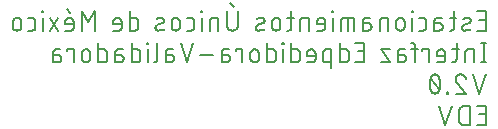
<source format=gbr>
G04 EAGLE Gerber X2 export*
%TF.Part,Single*%
%TF.FileFunction,Legend,Bot,1*%
%TF.FilePolarity,Positive*%
%TF.GenerationSoftware,Autodesk,EAGLE,8.7.0*%
%TF.CreationDate,2018-11-07T17:36:19Z*%
G75*
%MOMM*%
%FSLAX34Y34*%
%LPD*%
%AMOC8*
5,1,8,0,0,1.08239X$1,22.5*%
G01*
%ADD10C,0.152400*%


D10*
X779413Y410972D02*
X786638Y410972D01*
X786638Y427228D01*
X779413Y427228D01*
X781219Y420003D02*
X786638Y420003D01*
X772426Y417294D02*
X767911Y415488D01*
X772426Y417294D02*
X772514Y417331D01*
X772600Y417372D01*
X772685Y417416D01*
X772768Y417464D01*
X772848Y417515D01*
X772927Y417569D01*
X773003Y417627D01*
X773077Y417687D01*
X773149Y417751D01*
X773217Y417817D01*
X773283Y417887D01*
X773346Y417958D01*
X773407Y418033D01*
X773464Y418109D01*
X773517Y418188D01*
X773568Y418269D01*
X773615Y418352D01*
X773659Y418437D01*
X773699Y418524D01*
X773736Y418612D01*
X773769Y418702D01*
X773799Y418793D01*
X773824Y418885D01*
X773846Y418978D01*
X773864Y419072D01*
X773879Y419166D01*
X773889Y419261D01*
X773895Y419357D01*
X773898Y419452D01*
X773897Y419548D01*
X773891Y419643D01*
X773882Y419739D01*
X773869Y419833D01*
X773853Y419927D01*
X773832Y420021D01*
X773807Y420113D01*
X773779Y420204D01*
X773747Y420294D01*
X773712Y420383D01*
X773673Y420470D01*
X773630Y420556D01*
X773584Y420640D01*
X773534Y420721D01*
X773482Y420801D01*
X773426Y420879D01*
X773366Y420954D01*
X773304Y421026D01*
X773239Y421096D01*
X773171Y421164D01*
X773101Y421228D01*
X773028Y421290D01*
X772952Y421348D01*
X772874Y421404D01*
X772794Y421456D01*
X772712Y421505D01*
X772628Y421550D01*
X772542Y421592D01*
X772455Y421631D01*
X772366Y421666D01*
X772275Y421697D01*
X772184Y421724D01*
X772091Y421748D01*
X771998Y421768D01*
X771904Y421784D01*
X771809Y421796D01*
X771714Y421805D01*
X771618Y421809D01*
X771523Y421810D01*
X771276Y421803D01*
X771030Y421791D01*
X770784Y421773D01*
X770538Y421748D01*
X770294Y421718D01*
X770050Y421682D01*
X769807Y421641D01*
X769565Y421593D01*
X769324Y421539D01*
X769085Y421480D01*
X768847Y421415D01*
X768611Y421344D01*
X768376Y421268D01*
X768143Y421186D01*
X767913Y421098D01*
X767685Y421005D01*
X767458Y420907D01*
X767910Y415487D02*
X767822Y415450D01*
X767736Y415409D01*
X767651Y415365D01*
X767568Y415317D01*
X767488Y415266D01*
X767409Y415212D01*
X767333Y415154D01*
X767259Y415094D01*
X767187Y415030D01*
X767119Y414964D01*
X767053Y414894D01*
X766990Y414823D01*
X766929Y414748D01*
X766872Y414672D01*
X766819Y414593D01*
X766768Y414512D01*
X766721Y414429D01*
X766677Y414344D01*
X766637Y414257D01*
X766600Y414169D01*
X766567Y414079D01*
X766537Y413988D01*
X766512Y413896D01*
X766490Y413803D01*
X766472Y413709D01*
X766457Y413615D01*
X766447Y413520D01*
X766441Y413424D01*
X766438Y413329D01*
X766439Y413233D01*
X766445Y413138D01*
X766454Y413042D01*
X766467Y412948D01*
X766483Y412854D01*
X766504Y412760D01*
X766529Y412668D01*
X766557Y412577D01*
X766589Y412487D01*
X766624Y412398D01*
X766663Y412311D01*
X766706Y412225D01*
X766752Y412141D01*
X766802Y412060D01*
X766854Y411980D01*
X766910Y411902D01*
X766970Y411827D01*
X767032Y411755D01*
X767097Y411685D01*
X767165Y411617D01*
X767235Y411553D01*
X767308Y411491D01*
X767384Y411433D01*
X767462Y411377D01*
X767542Y411325D01*
X767624Y411276D01*
X767708Y411231D01*
X767794Y411189D01*
X767881Y411150D01*
X767970Y411115D01*
X768061Y411084D01*
X768152Y411057D01*
X768245Y411033D01*
X768338Y411013D01*
X768432Y410997D01*
X768527Y410985D01*
X768622Y410976D01*
X768718Y410972D01*
X768813Y410971D01*
X768814Y410972D02*
X769176Y410981D01*
X769538Y410999D01*
X769899Y411026D01*
X770259Y411061D01*
X770619Y411104D01*
X770978Y411156D01*
X771335Y411217D01*
X771690Y411286D01*
X772044Y411363D01*
X772396Y411449D01*
X772746Y411543D01*
X773094Y411646D01*
X773439Y411756D01*
X773781Y411875D01*
X761531Y421809D02*
X756112Y421809D01*
X759725Y427228D02*
X759725Y413681D01*
X759724Y413681D02*
X759722Y413580D01*
X759716Y413479D01*
X759707Y413378D01*
X759694Y413277D01*
X759677Y413177D01*
X759656Y413078D01*
X759632Y412980D01*
X759604Y412883D01*
X759572Y412786D01*
X759537Y412691D01*
X759498Y412598D01*
X759456Y412506D01*
X759410Y412415D01*
X759361Y412327D01*
X759309Y412240D01*
X759253Y412155D01*
X759195Y412072D01*
X759133Y411992D01*
X759068Y411914D01*
X759001Y411838D01*
X758931Y411765D01*
X758858Y411695D01*
X758782Y411628D01*
X758704Y411563D01*
X758624Y411501D01*
X758541Y411443D01*
X758456Y411387D01*
X758370Y411335D01*
X758281Y411286D01*
X758190Y411240D01*
X758098Y411198D01*
X758005Y411159D01*
X757910Y411124D01*
X757813Y411092D01*
X757716Y411064D01*
X757618Y411040D01*
X757519Y411019D01*
X757419Y411002D01*
X757318Y410989D01*
X757217Y410980D01*
X757116Y410974D01*
X757015Y410972D01*
X756112Y410972D01*
X747246Y417294D02*
X743182Y417294D01*
X747246Y417294D02*
X747358Y417292D01*
X747469Y417286D01*
X747580Y417276D01*
X747691Y417263D01*
X747801Y417245D01*
X747910Y417223D01*
X748019Y417198D01*
X748127Y417169D01*
X748233Y417136D01*
X748339Y417099D01*
X748443Y417059D01*
X748545Y417015D01*
X748646Y416967D01*
X748745Y416916D01*
X748843Y416861D01*
X748938Y416803D01*
X749031Y416742D01*
X749122Y416677D01*
X749211Y416609D01*
X749297Y416538D01*
X749380Y416465D01*
X749461Y416388D01*
X749540Y416308D01*
X749615Y416226D01*
X749687Y416141D01*
X749757Y416054D01*
X749823Y415964D01*
X749886Y415872D01*
X749946Y415777D01*
X750002Y415681D01*
X750055Y415583D01*
X750104Y415483D01*
X750150Y415381D01*
X750192Y415278D01*
X750231Y415173D01*
X750266Y415067D01*
X750297Y414960D01*
X750324Y414852D01*
X750348Y414743D01*
X750367Y414633D01*
X750383Y414523D01*
X750395Y414412D01*
X750403Y414300D01*
X750407Y414189D01*
X750407Y414077D01*
X750403Y413966D01*
X750395Y413854D01*
X750383Y413743D01*
X750367Y413633D01*
X750348Y413523D01*
X750324Y413414D01*
X750297Y413306D01*
X750266Y413199D01*
X750231Y413093D01*
X750192Y412988D01*
X750150Y412885D01*
X750104Y412783D01*
X750055Y412683D01*
X750002Y412585D01*
X749946Y412489D01*
X749886Y412394D01*
X749823Y412302D01*
X749757Y412212D01*
X749687Y412125D01*
X749615Y412040D01*
X749540Y411958D01*
X749461Y411878D01*
X749380Y411801D01*
X749297Y411728D01*
X749211Y411657D01*
X749122Y411589D01*
X749031Y411524D01*
X748938Y411463D01*
X748843Y411405D01*
X748745Y411350D01*
X748646Y411299D01*
X748545Y411251D01*
X748443Y411207D01*
X748339Y411167D01*
X748233Y411130D01*
X748127Y411097D01*
X748019Y411068D01*
X747910Y411043D01*
X747801Y411021D01*
X747691Y411003D01*
X747580Y410990D01*
X747469Y410980D01*
X747358Y410974D01*
X747246Y410972D01*
X743182Y410972D01*
X743182Y419100D01*
X743183Y419100D02*
X743185Y419201D01*
X743191Y419302D01*
X743200Y419403D01*
X743213Y419504D01*
X743230Y419604D01*
X743251Y419703D01*
X743275Y419801D01*
X743303Y419898D01*
X743335Y419995D01*
X743370Y420090D01*
X743409Y420183D01*
X743451Y420275D01*
X743497Y420366D01*
X743546Y420455D01*
X743598Y420541D01*
X743654Y420626D01*
X743712Y420709D01*
X743774Y420789D01*
X743839Y420867D01*
X743906Y420943D01*
X743976Y421016D01*
X744049Y421086D01*
X744125Y421153D01*
X744203Y421218D01*
X744283Y421280D01*
X744366Y421338D01*
X744451Y421394D01*
X744538Y421446D01*
X744626Y421495D01*
X744717Y421541D01*
X744809Y421583D01*
X744902Y421622D01*
X744997Y421657D01*
X745094Y421689D01*
X745191Y421717D01*
X745289Y421741D01*
X745388Y421762D01*
X745488Y421779D01*
X745589Y421792D01*
X745690Y421801D01*
X745791Y421807D01*
X745892Y421809D01*
X749504Y421809D01*
X733539Y410972D02*
X729927Y410972D01*
X733539Y410972D02*
X733640Y410974D01*
X733741Y410980D01*
X733842Y410989D01*
X733943Y411002D01*
X734043Y411019D01*
X734142Y411040D01*
X734240Y411064D01*
X734337Y411092D01*
X734434Y411124D01*
X734529Y411159D01*
X734622Y411198D01*
X734714Y411240D01*
X734805Y411286D01*
X734894Y411335D01*
X734980Y411387D01*
X735065Y411443D01*
X735148Y411501D01*
X735228Y411563D01*
X735306Y411628D01*
X735382Y411695D01*
X735455Y411765D01*
X735525Y411838D01*
X735592Y411914D01*
X735657Y411992D01*
X735719Y412072D01*
X735777Y412155D01*
X735833Y412240D01*
X735885Y412327D01*
X735934Y412415D01*
X735980Y412506D01*
X736022Y412598D01*
X736061Y412691D01*
X736096Y412786D01*
X736128Y412883D01*
X736156Y412980D01*
X736180Y413078D01*
X736201Y413177D01*
X736218Y413277D01*
X736231Y413378D01*
X736240Y413479D01*
X736246Y413580D01*
X736248Y413681D01*
X736248Y419100D01*
X736246Y419201D01*
X736240Y419302D01*
X736231Y419403D01*
X736218Y419504D01*
X736201Y419604D01*
X736180Y419703D01*
X736156Y419801D01*
X736128Y419898D01*
X736096Y419995D01*
X736061Y420090D01*
X736022Y420183D01*
X735980Y420275D01*
X735934Y420366D01*
X735885Y420455D01*
X735833Y420541D01*
X735777Y420626D01*
X735719Y420709D01*
X735657Y420789D01*
X735592Y420867D01*
X735525Y420943D01*
X735455Y421016D01*
X735382Y421086D01*
X735306Y421153D01*
X735228Y421218D01*
X735148Y421280D01*
X735065Y421338D01*
X734980Y421394D01*
X734894Y421446D01*
X734805Y421495D01*
X734714Y421541D01*
X734622Y421583D01*
X734529Y421622D01*
X734434Y421657D01*
X734337Y421689D01*
X734240Y421717D01*
X734142Y421741D01*
X734043Y421762D01*
X733943Y421779D01*
X733842Y421792D01*
X733741Y421801D01*
X733640Y421807D01*
X733539Y421809D01*
X729927Y421809D01*
X724317Y421809D02*
X724317Y410972D01*
X724768Y426325D02*
X724768Y427228D01*
X723865Y427228D01*
X723865Y426325D01*
X724768Y426325D01*
X718029Y418197D02*
X718029Y414584D01*
X718029Y418197D02*
X718027Y418316D01*
X718021Y418436D01*
X718011Y418555D01*
X717997Y418673D01*
X717980Y418792D01*
X717958Y418909D01*
X717933Y419026D01*
X717903Y419141D01*
X717870Y419256D01*
X717833Y419370D01*
X717793Y419482D01*
X717748Y419593D01*
X717700Y419702D01*
X717649Y419810D01*
X717594Y419916D01*
X717535Y420020D01*
X717473Y420122D01*
X717408Y420222D01*
X717339Y420320D01*
X717267Y420416D01*
X717192Y420509D01*
X717115Y420599D01*
X717034Y420687D01*
X716950Y420772D01*
X716863Y420854D01*
X716774Y420934D01*
X716682Y421010D01*
X716588Y421084D01*
X716491Y421154D01*
X716393Y421221D01*
X716292Y421285D01*
X716188Y421345D01*
X716083Y421402D01*
X715976Y421455D01*
X715868Y421505D01*
X715758Y421551D01*
X715646Y421593D01*
X715533Y421632D01*
X715419Y421667D01*
X715304Y421698D01*
X715187Y421726D01*
X715070Y421749D01*
X714953Y421769D01*
X714834Y421785D01*
X714715Y421797D01*
X714596Y421805D01*
X714477Y421809D01*
X714357Y421809D01*
X714238Y421805D01*
X714119Y421797D01*
X714000Y421785D01*
X713881Y421769D01*
X713764Y421749D01*
X713647Y421726D01*
X713530Y421698D01*
X713415Y421667D01*
X713301Y421632D01*
X713188Y421593D01*
X713076Y421551D01*
X712966Y421505D01*
X712858Y421455D01*
X712751Y421402D01*
X712646Y421345D01*
X712542Y421285D01*
X712441Y421221D01*
X712343Y421154D01*
X712246Y421084D01*
X712152Y421010D01*
X712060Y420934D01*
X711971Y420854D01*
X711884Y420772D01*
X711800Y420687D01*
X711719Y420599D01*
X711642Y420509D01*
X711567Y420416D01*
X711495Y420320D01*
X711426Y420222D01*
X711361Y420122D01*
X711299Y420020D01*
X711240Y419916D01*
X711185Y419810D01*
X711134Y419702D01*
X711086Y419593D01*
X711041Y419482D01*
X711001Y419370D01*
X710964Y419256D01*
X710931Y419141D01*
X710901Y419026D01*
X710876Y418909D01*
X710854Y418792D01*
X710837Y418673D01*
X710823Y418555D01*
X710813Y418436D01*
X710807Y418316D01*
X710805Y418197D01*
X710805Y414584D01*
X710807Y414465D01*
X710813Y414345D01*
X710823Y414226D01*
X710837Y414108D01*
X710854Y413989D01*
X710876Y413872D01*
X710901Y413755D01*
X710931Y413640D01*
X710964Y413525D01*
X711001Y413411D01*
X711041Y413299D01*
X711086Y413188D01*
X711134Y413079D01*
X711185Y412971D01*
X711240Y412865D01*
X711299Y412761D01*
X711361Y412659D01*
X711426Y412559D01*
X711495Y412461D01*
X711567Y412365D01*
X711642Y412272D01*
X711719Y412182D01*
X711800Y412094D01*
X711884Y412009D01*
X711971Y411927D01*
X712060Y411847D01*
X712152Y411771D01*
X712246Y411697D01*
X712343Y411627D01*
X712441Y411560D01*
X712542Y411496D01*
X712646Y411436D01*
X712751Y411379D01*
X712858Y411326D01*
X712966Y411276D01*
X713076Y411230D01*
X713188Y411188D01*
X713301Y411149D01*
X713415Y411114D01*
X713530Y411083D01*
X713647Y411055D01*
X713764Y411032D01*
X713881Y411012D01*
X714000Y410996D01*
X714119Y410984D01*
X714238Y410976D01*
X714357Y410972D01*
X714477Y410972D01*
X714596Y410976D01*
X714715Y410984D01*
X714834Y410996D01*
X714953Y411012D01*
X715070Y411032D01*
X715187Y411055D01*
X715304Y411083D01*
X715419Y411114D01*
X715533Y411149D01*
X715646Y411188D01*
X715758Y411230D01*
X715868Y411276D01*
X715976Y411326D01*
X716083Y411379D01*
X716188Y411436D01*
X716292Y411496D01*
X716393Y411560D01*
X716491Y411627D01*
X716588Y411697D01*
X716682Y411771D01*
X716774Y411847D01*
X716863Y411927D01*
X716950Y412009D01*
X717034Y412094D01*
X717115Y412182D01*
X717192Y412272D01*
X717267Y412365D01*
X717339Y412461D01*
X717408Y412559D01*
X717473Y412659D01*
X717535Y412761D01*
X717594Y412865D01*
X717649Y412971D01*
X717700Y413079D01*
X717748Y413188D01*
X717793Y413299D01*
X717833Y413411D01*
X717870Y413525D01*
X717903Y413640D01*
X717933Y413755D01*
X717958Y413872D01*
X717980Y413989D01*
X717997Y414108D01*
X718011Y414226D01*
X718021Y414345D01*
X718027Y414465D01*
X718029Y414584D01*
X703961Y410972D02*
X703961Y421809D01*
X699446Y421809D01*
X699342Y421807D01*
X699239Y421801D01*
X699135Y421791D01*
X699032Y421777D01*
X698930Y421759D01*
X698829Y421738D01*
X698728Y421712D01*
X698629Y421683D01*
X698530Y421650D01*
X698433Y421613D01*
X698338Y421572D01*
X698244Y421528D01*
X698152Y421480D01*
X698062Y421429D01*
X697973Y421374D01*
X697887Y421316D01*
X697804Y421254D01*
X697722Y421190D01*
X697644Y421122D01*
X697568Y421052D01*
X697494Y420979D01*
X697424Y420902D01*
X697356Y420824D01*
X697292Y420742D01*
X697230Y420659D01*
X697172Y420573D01*
X697117Y420484D01*
X697066Y420394D01*
X697018Y420302D01*
X696974Y420208D01*
X696933Y420113D01*
X696896Y420016D01*
X696863Y419917D01*
X696834Y419818D01*
X696808Y419717D01*
X696787Y419616D01*
X696769Y419514D01*
X696755Y419411D01*
X696745Y419307D01*
X696739Y419204D01*
X696737Y419100D01*
X696736Y419100D02*
X696736Y410972D01*
X686806Y417294D02*
X682742Y417294D01*
X686806Y417294D02*
X686918Y417292D01*
X687029Y417286D01*
X687140Y417276D01*
X687251Y417263D01*
X687361Y417245D01*
X687470Y417223D01*
X687579Y417198D01*
X687687Y417169D01*
X687793Y417136D01*
X687899Y417099D01*
X688003Y417059D01*
X688105Y417015D01*
X688206Y416967D01*
X688305Y416916D01*
X688403Y416861D01*
X688498Y416803D01*
X688591Y416742D01*
X688682Y416677D01*
X688771Y416609D01*
X688857Y416538D01*
X688940Y416465D01*
X689021Y416388D01*
X689100Y416308D01*
X689175Y416226D01*
X689247Y416141D01*
X689317Y416054D01*
X689383Y415964D01*
X689446Y415872D01*
X689506Y415777D01*
X689562Y415681D01*
X689615Y415583D01*
X689664Y415483D01*
X689710Y415381D01*
X689752Y415278D01*
X689791Y415173D01*
X689826Y415067D01*
X689857Y414960D01*
X689884Y414852D01*
X689908Y414743D01*
X689927Y414633D01*
X689943Y414523D01*
X689955Y414412D01*
X689963Y414300D01*
X689967Y414189D01*
X689967Y414077D01*
X689963Y413966D01*
X689955Y413854D01*
X689943Y413743D01*
X689927Y413633D01*
X689908Y413523D01*
X689884Y413414D01*
X689857Y413306D01*
X689826Y413199D01*
X689791Y413093D01*
X689752Y412988D01*
X689710Y412885D01*
X689664Y412783D01*
X689615Y412683D01*
X689562Y412585D01*
X689506Y412489D01*
X689446Y412394D01*
X689383Y412302D01*
X689317Y412212D01*
X689247Y412125D01*
X689175Y412040D01*
X689100Y411958D01*
X689021Y411878D01*
X688940Y411801D01*
X688857Y411728D01*
X688771Y411657D01*
X688682Y411589D01*
X688591Y411524D01*
X688498Y411463D01*
X688403Y411405D01*
X688305Y411350D01*
X688206Y411299D01*
X688105Y411251D01*
X688003Y411207D01*
X687899Y411167D01*
X687793Y411130D01*
X687687Y411097D01*
X687579Y411068D01*
X687470Y411043D01*
X687361Y411021D01*
X687251Y411003D01*
X687140Y410990D01*
X687029Y410980D01*
X686918Y410974D01*
X686806Y410972D01*
X682742Y410972D01*
X682742Y419100D01*
X682744Y419201D01*
X682750Y419302D01*
X682759Y419403D01*
X682772Y419504D01*
X682789Y419604D01*
X682810Y419703D01*
X682834Y419801D01*
X682862Y419898D01*
X682894Y419995D01*
X682929Y420090D01*
X682968Y420183D01*
X683010Y420275D01*
X683056Y420366D01*
X683105Y420455D01*
X683157Y420541D01*
X683213Y420626D01*
X683271Y420709D01*
X683333Y420789D01*
X683398Y420867D01*
X683465Y420943D01*
X683535Y421016D01*
X683608Y421086D01*
X683684Y421153D01*
X683762Y421218D01*
X683842Y421280D01*
X683925Y421338D01*
X684010Y421394D01*
X684097Y421446D01*
X684185Y421495D01*
X684276Y421541D01*
X684368Y421583D01*
X684461Y421622D01*
X684556Y421657D01*
X684653Y421689D01*
X684750Y421717D01*
X684848Y421741D01*
X684947Y421762D01*
X685047Y421779D01*
X685148Y421792D01*
X685249Y421801D01*
X685350Y421807D01*
X685451Y421809D01*
X689063Y421809D01*
X675026Y421809D02*
X675026Y410972D01*
X675026Y421809D02*
X666898Y421809D01*
X666797Y421807D01*
X666696Y421801D01*
X666595Y421792D01*
X666494Y421779D01*
X666394Y421762D01*
X666295Y421741D01*
X666197Y421717D01*
X666100Y421689D01*
X666003Y421657D01*
X665908Y421622D01*
X665815Y421583D01*
X665723Y421541D01*
X665632Y421495D01*
X665544Y421446D01*
X665457Y421394D01*
X665372Y421338D01*
X665289Y421280D01*
X665209Y421218D01*
X665131Y421153D01*
X665055Y421086D01*
X664982Y421016D01*
X664912Y420943D01*
X664845Y420867D01*
X664780Y420789D01*
X664718Y420709D01*
X664660Y420626D01*
X664604Y420541D01*
X664552Y420455D01*
X664503Y420366D01*
X664457Y420275D01*
X664415Y420183D01*
X664376Y420090D01*
X664341Y419995D01*
X664309Y419898D01*
X664281Y419801D01*
X664257Y419703D01*
X664236Y419604D01*
X664219Y419504D01*
X664206Y419403D01*
X664197Y419302D01*
X664191Y419201D01*
X664189Y419100D01*
X664189Y410972D01*
X669607Y410972D02*
X669607Y421809D01*
X657103Y421809D02*
X657103Y410972D01*
X657554Y426325D02*
X657554Y427228D01*
X656651Y427228D01*
X656651Y426325D01*
X657554Y426325D01*
X648106Y410972D02*
X643590Y410972D01*
X648106Y410972D02*
X648207Y410974D01*
X648308Y410980D01*
X648409Y410989D01*
X648510Y411002D01*
X648610Y411019D01*
X648709Y411040D01*
X648807Y411064D01*
X648904Y411092D01*
X649001Y411124D01*
X649096Y411159D01*
X649189Y411198D01*
X649281Y411240D01*
X649372Y411286D01*
X649461Y411335D01*
X649547Y411387D01*
X649632Y411443D01*
X649715Y411501D01*
X649795Y411563D01*
X649873Y411628D01*
X649949Y411695D01*
X650022Y411765D01*
X650092Y411838D01*
X650159Y411914D01*
X650224Y411992D01*
X650286Y412072D01*
X650344Y412155D01*
X650400Y412240D01*
X650452Y412327D01*
X650501Y412415D01*
X650547Y412506D01*
X650589Y412598D01*
X650628Y412691D01*
X650663Y412786D01*
X650695Y412883D01*
X650723Y412980D01*
X650747Y413078D01*
X650768Y413177D01*
X650785Y413277D01*
X650798Y413378D01*
X650807Y413479D01*
X650813Y413580D01*
X650815Y413681D01*
X650815Y418197D01*
X650813Y418316D01*
X650807Y418436D01*
X650797Y418555D01*
X650783Y418673D01*
X650766Y418792D01*
X650744Y418909D01*
X650719Y419026D01*
X650689Y419141D01*
X650656Y419256D01*
X650619Y419370D01*
X650579Y419482D01*
X650534Y419593D01*
X650486Y419702D01*
X650435Y419810D01*
X650380Y419916D01*
X650321Y420020D01*
X650259Y420122D01*
X650194Y420222D01*
X650125Y420320D01*
X650053Y420416D01*
X649978Y420509D01*
X649901Y420599D01*
X649820Y420687D01*
X649736Y420772D01*
X649649Y420854D01*
X649560Y420934D01*
X649468Y421010D01*
X649374Y421084D01*
X649277Y421154D01*
X649179Y421221D01*
X649078Y421285D01*
X648974Y421345D01*
X648869Y421402D01*
X648762Y421455D01*
X648654Y421505D01*
X648544Y421551D01*
X648432Y421593D01*
X648319Y421632D01*
X648205Y421667D01*
X648090Y421698D01*
X647973Y421726D01*
X647856Y421749D01*
X647739Y421769D01*
X647620Y421785D01*
X647501Y421797D01*
X647382Y421805D01*
X647263Y421809D01*
X647143Y421809D01*
X647024Y421805D01*
X646905Y421797D01*
X646786Y421785D01*
X646667Y421769D01*
X646550Y421749D01*
X646433Y421726D01*
X646316Y421698D01*
X646201Y421667D01*
X646087Y421632D01*
X645974Y421593D01*
X645862Y421551D01*
X645752Y421505D01*
X645644Y421455D01*
X645537Y421402D01*
X645432Y421345D01*
X645328Y421285D01*
X645227Y421221D01*
X645129Y421154D01*
X645032Y421084D01*
X644938Y421010D01*
X644846Y420934D01*
X644757Y420854D01*
X644670Y420772D01*
X644586Y420687D01*
X644505Y420599D01*
X644428Y420509D01*
X644353Y420416D01*
X644281Y420320D01*
X644212Y420222D01*
X644147Y420122D01*
X644085Y420020D01*
X644026Y419916D01*
X643971Y419810D01*
X643920Y419702D01*
X643872Y419593D01*
X643827Y419482D01*
X643787Y419370D01*
X643750Y419256D01*
X643717Y419141D01*
X643687Y419026D01*
X643662Y418909D01*
X643640Y418792D01*
X643623Y418673D01*
X643609Y418555D01*
X643599Y418436D01*
X643593Y418316D01*
X643591Y418197D01*
X643590Y418197D02*
X643590Y416391D01*
X650815Y416391D01*
X636747Y410972D02*
X636747Y421809D01*
X632232Y421809D01*
X632128Y421807D01*
X632025Y421801D01*
X631921Y421791D01*
X631818Y421777D01*
X631716Y421759D01*
X631615Y421738D01*
X631514Y421712D01*
X631415Y421683D01*
X631316Y421650D01*
X631219Y421613D01*
X631124Y421572D01*
X631030Y421528D01*
X630938Y421480D01*
X630848Y421429D01*
X630759Y421374D01*
X630673Y421316D01*
X630590Y421254D01*
X630508Y421190D01*
X630430Y421122D01*
X630354Y421052D01*
X630280Y420979D01*
X630210Y420902D01*
X630142Y420824D01*
X630078Y420742D01*
X630016Y420659D01*
X629958Y420573D01*
X629903Y420484D01*
X629852Y420394D01*
X629804Y420302D01*
X629760Y420208D01*
X629719Y420113D01*
X629682Y420016D01*
X629649Y419917D01*
X629620Y419818D01*
X629594Y419717D01*
X629573Y419616D01*
X629555Y419514D01*
X629541Y419411D01*
X629531Y419307D01*
X629525Y419204D01*
X629523Y419100D01*
X629522Y419100D02*
X629522Y410972D01*
X623976Y421809D02*
X618558Y421809D01*
X622170Y427228D02*
X622170Y413681D01*
X622168Y413580D01*
X622162Y413479D01*
X622153Y413378D01*
X622140Y413277D01*
X622123Y413177D01*
X622102Y413078D01*
X622078Y412980D01*
X622050Y412883D01*
X622018Y412786D01*
X621983Y412691D01*
X621944Y412598D01*
X621902Y412506D01*
X621856Y412415D01*
X621807Y412327D01*
X621755Y412240D01*
X621699Y412155D01*
X621641Y412072D01*
X621579Y411992D01*
X621514Y411914D01*
X621447Y411838D01*
X621377Y411765D01*
X621304Y411695D01*
X621228Y411628D01*
X621150Y411563D01*
X621070Y411501D01*
X620987Y411443D01*
X620902Y411387D01*
X620816Y411335D01*
X620727Y411286D01*
X620636Y411240D01*
X620544Y411198D01*
X620451Y411159D01*
X620356Y411124D01*
X620259Y411092D01*
X620162Y411064D01*
X620064Y411040D01*
X619965Y411019D01*
X619865Y411002D01*
X619764Y410989D01*
X619663Y410980D01*
X619562Y410974D01*
X619461Y410972D01*
X618558Y410972D01*
X612779Y414584D02*
X612779Y418197D01*
X612777Y418316D01*
X612771Y418436D01*
X612761Y418555D01*
X612747Y418673D01*
X612730Y418792D01*
X612708Y418909D01*
X612683Y419026D01*
X612653Y419141D01*
X612620Y419256D01*
X612583Y419370D01*
X612543Y419482D01*
X612498Y419593D01*
X612450Y419702D01*
X612399Y419810D01*
X612344Y419916D01*
X612285Y420020D01*
X612223Y420122D01*
X612158Y420222D01*
X612089Y420320D01*
X612017Y420416D01*
X611942Y420509D01*
X611865Y420599D01*
X611784Y420687D01*
X611700Y420772D01*
X611613Y420854D01*
X611524Y420934D01*
X611432Y421010D01*
X611338Y421084D01*
X611241Y421154D01*
X611143Y421221D01*
X611042Y421285D01*
X610938Y421345D01*
X610833Y421402D01*
X610726Y421455D01*
X610618Y421505D01*
X610508Y421551D01*
X610396Y421593D01*
X610283Y421632D01*
X610169Y421667D01*
X610054Y421698D01*
X609937Y421726D01*
X609820Y421749D01*
X609703Y421769D01*
X609584Y421785D01*
X609465Y421797D01*
X609346Y421805D01*
X609227Y421809D01*
X609107Y421809D01*
X608988Y421805D01*
X608869Y421797D01*
X608750Y421785D01*
X608631Y421769D01*
X608514Y421749D01*
X608397Y421726D01*
X608280Y421698D01*
X608165Y421667D01*
X608051Y421632D01*
X607938Y421593D01*
X607826Y421551D01*
X607716Y421505D01*
X607608Y421455D01*
X607501Y421402D01*
X607396Y421345D01*
X607292Y421285D01*
X607191Y421221D01*
X607093Y421154D01*
X606996Y421084D01*
X606902Y421010D01*
X606810Y420934D01*
X606721Y420854D01*
X606634Y420772D01*
X606550Y420687D01*
X606469Y420599D01*
X606392Y420509D01*
X606317Y420416D01*
X606245Y420320D01*
X606176Y420222D01*
X606111Y420122D01*
X606049Y420020D01*
X605990Y419916D01*
X605935Y419810D01*
X605884Y419702D01*
X605836Y419593D01*
X605791Y419482D01*
X605751Y419370D01*
X605714Y419256D01*
X605681Y419141D01*
X605651Y419026D01*
X605626Y418909D01*
X605604Y418792D01*
X605587Y418673D01*
X605573Y418555D01*
X605563Y418436D01*
X605557Y418316D01*
X605555Y418197D01*
X605554Y418197D02*
X605554Y414584D01*
X605555Y414584D02*
X605557Y414465D01*
X605563Y414345D01*
X605573Y414226D01*
X605587Y414108D01*
X605604Y413989D01*
X605626Y413872D01*
X605651Y413755D01*
X605681Y413640D01*
X605714Y413525D01*
X605751Y413411D01*
X605791Y413299D01*
X605836Y413188D01*
X605884Y413079D01*
X605935Y412971D01*
X605990Y412865D01*
X606049Y412761D01*
X606111Y412659D01*
X606176Y412559D01*
X606245Y412461D01*
X606317Y412365D01*
X606392Y412272D01*
X606469Y412182D01*
X606550Y412094D01*
X606634Y412009D01*
X606721Y411927D01*
X606810Y411847D01*
X606902Y411771D01*
X606996Y411697D01*
X607093Y411627D01*
X607191Y411560D01*
X607292Y411496D01*
X607396Y411436D01*
X607501Y411379D01*
X607608Y411326D01*
X607716Y411276D01*
X607826Y411230D01*
X607938Y411188D01*
X608051Y411149D01*
X608165Y411114D01*
X608280Y411083D01*
X608397Y411055D01*
X608514Y411032D01*
X608631Y411012D01*
X608750Y410996D01*
X608869Y410984D01*
X608988Y410976D01*
X609107Y410972D01*
X609227Y410972D01*
X609346Y410976D01*
X609465Y410984D01*
X609584Y410996D01*
X609703Y411012D01*
X609820Y411032D01*
X609937Y411055D01*
X610054Y411083D01*
X610169Y411114D01*
X610283Y411149D01*
X610396Y411188D01*
X610508Y411230D01*
X610618Y411276D01*
X610726Y411326D01*
X610833Y411379D01*
X610938Y411436D01*
X611042Y411496D01*
X611143Y411560D01*
X611241Y411627D01*
X611338Y411697D01*
X611432Y411771D01*
X611524Y411847D01*
X611613Y411927D01*
X611700Y412009D01*
X611784Y412094D01*
X611865Y412182D01*
X611942Y412272D01*
X612017Y412365D01*
X612089Y412461D01*
X612158Y412559D01*
X612223Y412659D01*
X612285Y412761D01*
X612344Y412865D01*
X612399Y412971D01*
X612450Y413079D01*
X612498Y413188D01*
X612543Y413299D01*
X612583Y413411D01*
X612620Y413525D01*
X612653Y413640D01*
X612683Y413755D01*
X612708Y413872D01*
X612730Y413989D01*
X612747Y414108D01*
X612761Y414226D01*
X612771Y414345D01*
X612777Y414465D01*
X612779Y414584D01*
X597878Y417294D02*
X593362Y415488D01*
X597878Y417294D02*
X597966Y417331D01*
X598052Y417372D01*
X598137Y417416D01*
X598220Y417464D01*
X598300Y417515D01*
X598379Y417569D01*
X598455Y417627D01*
X598529Y417687D01*
X598601Y417751D01*
X598669Y417817D01*
X598735Y417887D01*
X598798Y417958D01*
X598859Y418033D01*
X598916Y418109D01*
X598969Y418188D01*
X599020Y418269D01*
X599067Y418352D01*
X599111Y418437D01*
X599151Y418524D01*
X599188Y418612D01*
X599221Y418702D01*
X599251Y418793D01*
X599276Y418885D01*
X599298Y418978D01*
X599316Y419072D01*
X599331Y419166D01*
X599341Y419261D01*
X599347Y419357D01*
X599350Y419452D01*
X599349Y419548D01*
X599343Y419643D01*
X599334Y419739D01*
X599321Y419833D01*
X599305Y419927D01*
X599284Y420021D01*
X599259Y420113D01*
X599231Y420204D01*
X599199Y420294D01*
X599164Y420383D01*
X599125Y420470D01*
X599082Y420556D01*
X599036Y420640D01*
X598986Y420721D01*
X598934Y420801D01*
X598878Y420879D01*
X598818Y420954D01*
X598756Y421026D01*
X598691Y421096D01*
X598623Y421164D01*
X598553Y421228D01*
X598480Y421290D01*
X598404Y421348D01*
X598326Y421404D01*
X598246Y421456D01*
X598164Y421505D01*
X598080Y421550D01*
X597994Y421592D01*
X597907Y421631D01*
X597818Y421666D01*
X597727Y421697D01*
X597636Y421724D01*
X597543Y421748D01*
X597450Y421768D01*
X597356Y421784D01*
X597261Y421796D01*
X597166Y421805D01*
X597070Y421809D01*
X596975Y421810D01*
X596728Y421803D01*
X596482Y421791D01*
X596236Y421773D01*
X595990Y421748D01*
X595746Y421718D01*
X595502Y421682D01*
X595259Y421641D01*
X595017Y421593D01*
X594776Y421539D01*
X594537Y421480D01*
X594299Y421415D01*
X594063Y421344D01*
X593828Y421268D01*
X593595Y421186D01*
X593365Y421098D01*
X593137Y421005D01*
X592910Y420907D01*
X593362Y415487D02*
X593274Y415450D01*
X593188Y415409D01*
X593103Y415365D01*
X593020Y415317D01*
X592940Y415266D01*
X592861Y415212D01*
X592785Y415154D01*
X592711Y415094D01*
X592639Y415030D01*
X592571Y414964D01*
X592505Y414894D01*
X592442Y414823D01*
X592381Y414748D01*
X592324Y414672D01*
X592271Y414593D01*
X592220Y414512D01*
X592173Y414429D01*
X592129Y414344D01*
X592089Y414257D01*
X592052Y414169D01*
X592019Y414079D01*
X591989Y413988D01*
X591964Y413896D01*
X591942Y413803D01*
X591924Y413709D01*
X591909Y413615D01*
X591899Y413520D01*
X591893Y413424D01*
X591890Y413329D01*
X591891Y413233D01*
X591897Y413138D01*
X591906Y413042D01*
X591919Y412948D01*
X591935Y412854D01*
X591956Y412760D01*
X591981Y412668D01*
X592009Y412577D01*
X592041Y412487D01*
X592076Y412398D01*
X592115Y412311D01*
X592158Y412225D01*
X592204Y412141D01*
X592254Y412060D01*
X592306Y411980D01*
X592362Y411902D01*
X592422Y411827D01*
X592484Y411755D01*
X592549Y411685D01*
X592617Y411617D01*
X592687Y411553D01*
X592760Y411491D01*
X592836Y411433D01*
X592914Y411377D01*
X592994Y411325D01*
X593076Y411276D01*
X593160Y411231D01*
X593246Y411189D01*
X593333Y411150D01*
X593422Y411115D01*
X593513Y411084D01*
X593604Y411057D01*
X593697Y411033D01*
X593790Y411013D01*
X593884Y410997D01*
X593979Y410985D01*
X594074Y410976D01*
X594170Y410972D01*
X594265Y410971D01*
X594265Y410972D02*
X594627Y410981D01*
X594989Y410999D01*
X595350Y411026D01*
X595710Y411061D01*
X596070Y411104D01*
X596429Y411156D01*
X596786Y411217D01*
X597141Y411286D01*
X597495Y411363D01*
X597847Y411449D01*
X598197Y411543D01*
X598545Y411646D01*
X598890Y411756D01*
X599232Y411875D01*
X576688Y415488D02*
X576688Y427228D01*
X576689Y415488D02*
X576687Y415355D01*
X576681Y415223D01*
X576671Y415091D01*
X576658Y414959D01*
X576640Y414827D01*
X576619Y414697D01*
X576594Y414566D01*
X576565Y414437D01*
X576532Y414309D01*
X576496Y414181D01*
X576456Y414055D01*
X576412Y413930D01*
X576364Y413806D01*
X576313Y413684D01*
X576258Y413563D01*
X576200Y413444D01*
X576138Y413326D01*
X576073Y413211D01*
X576004Y413097D01*
X575933Y412986D01*
X575857Y412877D01*
X575779Y412770D01*
X575698Y412665D01*
X575613Y412563D01*
X575526Y412463D01*
X575436Y412366D01*
X575343Y412271D01*
X575247Y412180D01*
X575149Y412091D01*
X575048Y412005D01*
X574944Y411922D01*
X574838Y411842D01*
X574730Y411766D01*
X574620Y411692D01*
X574507Y411622D01*
X574393Y411555D01*
X574276Y411492D01*
X574158Y411432D01*
X574038Y411375D01*
X573916Y411322D01*
X573793Y411273D01*
X573669Y411227D01*
X573543Y411185D01*
X573416Y411147D01*
X573288Y411112D01*
X573159Y411081D01*
X573030Y411054D01*
X572899Y411031D01*
X572768Y411011D01*
X572636Y410996D01*
X572504Y410984D01*
X572372Y410976D01*
X572239Y410972D01*
X572107Y410972D01*
X571974Y410976D01*
X571842Y410984D01*
X571710Y410996D01*
X571578Y411011D01*
X571447Y411031D01*
X571316Y411054D01*
X571187Y411081D01*
X571058Y411112D01*
X570930Y411147D01*
X570803Y411185D01*
X570677Y411227D01*
X570553Y411273D01*
X570430Y411322D01*
X570308Y411375D01*
X570188Y411432D01*
X570070Y411492D01*
X569953Y411555D01*
X569839Y411622D01*
X569726Y411692D01*
X569616Y411766D01*
X569508Y411842D01*
X569402Y411922D01*
X569298Y412005D01*
X569197Y412091D01*
X569099Y412180D01*
X569003Y412271D01*
X568910Y412366D01*
X568820Y412463D01*
X568733Y412563D01*
X568648Y412665D01*
X568567Y412770D01*
X568489Y412877D01*
X568413Y412986D01*
X568342Y413097D01*
X568273Y413211D01*
X568208Y413326D01*
X568146Y413444D01*
X568088Y413563D01*
X568033Y413684D01*
X567982Y413806D01*
X567934Y413930D01*
X567890Y414055D01*
X567850Y414181D01*
X567814Y414309D01*
X567781Y414437D01*
X567752Y414566D01*
X567727Y414697D01*
X567706Y414827D01*
X567688Y414959D01*
X567675Y415091D01*
X567665Y415223D01*
X567659Y415355D01*
X567657Y415488D01*
X567657Y427228D01*
X569915Y434001D02*
X573528Y431292D01*
X560154Y421809D02*
X560154Y410972D01*
X560154Y421809D02*
X555639Y421809D01*
X555535Y421807D01*
X555432Y421801D01*
X555328Y421791D01*
X555225Y421777D01*
X555123Y421759D01*
X555022Y421738D01*
X554921Y421712D01*
X554822Y421683D01*
X554723Y421650D01*
X554626Y421613D01*
X554531Y421572D01*
X554437Y421528D01*
X554345Y421480D01*
X554255Y421429D01*
X554166Y421374D01*
X554080Y421316D01*
X553997Y421254D01*
X553915Y421190D01*
X553837Y421122D01*
X553761Y421052D01*
X553687Y420979D01*
X553617Y420902D01*
X553549Y420824D01*
X553485Y420742D01*
X553423Y420659D01*
X553365Y420573D01*
X553310Y420484D01*
X553259Y420394D01*
X553211Y420302D01*
X553167Y420208D01*
X553126Y420113D01*
X553089Y420016D01*
X553056Y419917D01*
X553027Y419818D01*
X553001Y419717D01*
X552980Y419616D01*
X552962Y419514D01*
X552948Y419411D01*
X552938Y419307D01*
X552932Y419204D01*
X552930Y419100D01*
X552929Y419100D02*
X552929Y410972D01*
X546121Y410972D02*
X546121Y421809D01*
X546572Y426325D02*
X546572Y427228D01*
X545669Y427228D01*
X545669Y426325D01*
X546572Y426325D01*
X537107Y410972D02*
X533494Y410972D01*
X537107Y410972D02*
X537208Y410974D01*
X537309Y410980D01*
X537410Y410989D01*
X537511Y411002D01*
X537611Y411019D01*
X537710Y411040D01*
X537808Y411064D01*
X537905Y411092D01*
X538002Y411124D01*
X538097Y411159D01*
X538190Y411198D01*
X538282Y411240D01*
X538373Y411286D01*
X538462Y411335D01*
X538548Y411387D01*
X538633Y411443D01*
X538716Y411501D01*
X538796Y411563D01*
X538874Y411628D01*
X538950Y411695D01*
X539023Y411765D01*
X539093Y411838D01*
X539160Y411914D01*
X539225Y411992D01*
X539287Y412072D01*
X539345Y412155D01*
X539401Y412240D01*
X539453Y412327D01*
X539502Y412415D01*
X539548Y412506D01*
X539590Y412598D01*
X539629Y412691D01*
X539664Y412786D01*
X539696Y412883D01*
X539724Y412980D01*
X539748Y413078D01*
X539769Y413177D01*
X539786Y413277D01*
X539799Y413378D01*
X539808Y413479D01*
X539814Y413580D01*
X539816Y413681D01*
X539816Y419100D01*
X539814Y419201D01*
X539808Y419302D01*
X539799Y419403D01*
X539786Y419504D01*
X539769Y419604D01*
X539748Y419703D01*
X539724Y419801D01*
X539696Y419898D01*
X539664Y419995D01*
X539629Y420090D01*
X539590Y420183D01*
X539548Y420275D01*
X539502Y420366D01*
X539453Y420455D01*
X539401Y420541D01*
X539345Y420626D01*
X539287Y420709D01*
X539225Y420789D01*
X539160Y420867D01*
X539093Y420943D01*
X539023Y421016D01*
X538950Y421086D01*
X538874Y421153D01*
X538796Y421218D01*
X538716Y421280D01*
X538633Y421338D01*
X538548Y421394D01*
X538462Y421446D01*
X538373Y421495D01*
X538282Y421541D01*
X538190Y421583D01*
X538097Y421622D01*
X538002Y421657D01*
X537905Y421689D01*
X537808Y421717D01*
X537710Y421741D01*
X537611Y421762D01*
X537511Y421779D01*
X537410Y421792D01*
X537309Y421801D01*
X537208Y421807D01*
X537107Y421809D01*
X533494Y421809D01*
X527850Y418197D02*
X527850Y414584D01*
X527849Y418197D02*
X527847Y418316D01*
X527841Y418436D01*
X527831Y418555D01*
X527817Y418673D01*
X527800Y418792D01*
X527778Y418909D01*
X527753Y419026D01*
X527723Y419141D01*
X527690Y419256D01*
X527653Y419370D01*
X527613Y419482D01*
X527568Y419593D01*
X527520Y419702D01*
X527469Y419810D01*
X527414Y419916D01*
X527355Y420020D01*
X527293Y420122D01*
X527228Y420222D01*
X527159Y420320D01*
X527087Y420416D01*
X527012Y420509D01*
X526935Y420599D01*
X526854Y420687D01*
X526770Y420772D01*
X526683Y420854D01*
X526594Y420934D01*
X526502Y421010D01*
X526408Y421084D01*
X526311Y421154D01*
X526213Y421221D01*
X526112Y421285D01*
X526008Y421345D01*
X525903Y421402D01*
X525796Y421455D01*
X525688Y421505D01*
X525578Y421551D01*
X525466Y421593D01*
X525353Y421632D01*
X525239Y421667D01*
X525124Y421698D01*
X525007Y421726D01*
X524890Y421749D01*
X524773Y421769D01*
X524654Y421785D01*
X524535Y421797D01*
X524416Y421805D01*
X524297Y421809D01*
X524177Y421809D01*
X524058Y421805D01*
X523939Y421797D01*
X523820Y421785D01*
X523701Y421769D01*
X523584Y421749D01*
X523467Y421726D01*
X523350Y421698D01*
X523235Y421667D01*
X523121Y421632D01*
X523008Y421593D01*
X522896Y421551D01*
X522786Y421505D01*
X522678Y421455D01*
X522571Y421402D01*
X522466Y421345D01*
X522362Y421285D01*
X522261Y421221D01*
X522163Y421154D01*
X522066Y421084D01*
X521972Y421010D01*
X521880Y420934D01*
X521791Y420854D01*
X521704Y420772D01*
X521620Y420687D01*
X521539Y420599D01*
X521462Y420509D01*
X521387Y420416D01*
X521315Y420320D01*
X521246Y420222D01*
X521181Y420122D01*
X521119Y420020D01*
X521060Y419916D01*
X521005Y419810D01*
X520954Y419702D01*
X520906Y419593D01*
X520861Y419482D01*
X520821Y419370D01*
X520784Y419256D01*
X520751Y419141D01*
X520721Y419026D01*
X520696Y418909D01*
X520674Y418792D01*
X520657Y418673D01*
X520643Y418555D01*
X520633Y418436D01*
X520627Y418316D01*
X520625Y418197D01*
X520625Y414584D01*
X520627Y414465D01*
X520633Y414345D01*
X520643Y414226D01*
X520657Y414108D01*
X520674Y413989D01*
X520696Y413872D01*
X520721Y413755D01*
X520751Y413640D01*
X520784Y413525D01*
X520821Y413411D01*
X520861Y413299D01*
X520906Y413188D01*
X520954Y413079D01*
X521005Y412971D01*
X521060Y412865D01*
X521119Y412761D01*
X521181Y412659D01*
X521246Y412559D01*
X521315Y412461D01*
X521387Y412365D01*
X521462Y412272D01*
X521539Y412182D01*
X521620Y412094D01*
X521704Y412009D01*
X521791Y411927D01*
X521880Y411847D01*
X521972Y411771D01*
X522066Y411697D01*
X522163Y411627D01*
X522261Y411560D01*
X522362Y411496D01*
X522466Y411436D01*
X522571Y411379D01*
X522678Y411326D01*
X522786Y411276D01*
X522896Y411230D01*
X523008Y411188D01*
X523121Y411149D01*
X523235Y411114D01*
X523350Y411083D01*
X523467Y411055D01*
X523584Y411032D01*
X523701Y411012D01*
X523820Y410996D01*
X523939Y410984D01*
X524058Y410976D01*
X524177Y410972D01*
X524297Y410972D01*
X524416Y410976D01*
X524535Y410984D01*
X524654Y410996D01*
X524773Y411012D01*
X524890Y411032D01*
X525007Y411055D01*
X525124Y411083D01*
X525239Y411114D01*
X525353Y411149D01*
X525466Y411188D01*
X525578Y411230D01*
X525688Y411276D01*
X525796Y411326D01*
X525903Y411379D01*
X526008Y411436D01*
X526112Y411496D01*
X526213Y411560D01*
X526311Y411627D01*
X526408Y411697D01*
X526502Y411771D01*
X526594Y411847D01*
X526683Y411927D01*
X526770Y412009D01*
X526854Y412094D01*
X526935Y412182D01*
X527012Y412272D01*
X527087Y412365D01*
X527159Y412461D01*
X527228Y412559D01*
X527293Y412659D01*
X527355Y412761D01*
X527414Y412865D01*
X527469Y412971D01*
X527520Y413079D01*
X527568Y413188D01*
X527613Y413299D01*
X527653Y413411D01*
X527690Y413525D01*
X527723Y413640D01*
X527753Y413755D01*
X527778Y413872D01*
X527800Y413989D01*
X527817Y414108D01*
X527831Y414226D01*
X527841Y414345D01*
X527847Y414465D01*
X527849Y414584D01*
X512948Y417294D02*
X508432Y415488D01*
X512948Y417294D02*
X513036Y417331D01*
X513122Y417372D01*
X513207Y417416D01*
X513290Y417464D01*
X513370Y417515D01*
X513449Y417569D01*
X513525Y417627D01*
X513599Y417687D01*
X513671Y417751D01*
X513739Y417817D01*
X513805Y417887D01*
X513868Y417958D01*
X513929Y418033D01*
X513986Y418109D01*
X514039Y418188D01*
X514090Y418269D01*
X514137Y418352D01*
X514181Y418437D01*
X514221Y418524D01*
X514258Y418612D01*
X514291Y418702D01*
X514321Y418793D01*
X514346Y418885D01*
X514368Y418978D01*
X514386Y419072D01*
X514401Y419166D01*
X514411Y419261D01*
X514417Y419357D01*
X514420Y419452D01*
X514419Y419548D01*
X514413Y419643D01*
X514404Y419739D01*
X514391Y419833D01*
X514375Y419927D01*
X514354Y420021D01*
X514329Y420113D01*
X514301Y420204D01*
X514269Y420294D01*
X514234Y420383D01*
X514195Y420470D01*
X514152Y420556D01*
X514106Y420640D01*
X514056Y420721D01*
X514004Y420801D01*
X513948Y420879D01*
X513888Y420954D01*
X513826Y421026D01*
X513761Y421096D01*
X513693Y421164D01*
X513623Y421228D01*
X513550Y421290D01*
X513474Y421348D01*
X513396Y421404D01*
X513316Y421456D01*
X513234Y421505D01*
X513150Y421550D01*
X513064Y421592D01*
X512977Y421631D01*
X512888Y421666D01*
X512797Y421697D01*
X512706Y421724D01*
X512613Y421748D01*
X512520Y421768D01*
X512426Y421784D01*
X512331Y421796D01*
X512236Y421805D01*
X512140Y421809D01*
X512045Y421810D01*
X511798Y421803D01*
X511552Y421791D01*
X511306Y421773D01*
X511060Y421748D01*
X510816Y421718D01*
X510572Y421682D01*
X510329Y421641D01*
X510087Y421593D01*
X509846Y421539D01*
X509607Y421480D01*
X509369Y421415D01*
X509133Y421344D01*
X508898Y421268D01*
X508665Y421186D01*
X508435Y421098D01*
X508207Y421005D01*
X507980Y420907D01*
X508432Y415487D02*
X508344Y415450D01*
X508258Y415409D01*
X508173Y415365D01*
X508090Y415317D01*
X508010Y415266D01*
X507931Y415212D01*
X507855Y415154D01*
X507781Y415094D01*
X507709Y415030D01*
X507641Y414964D01*
X507575Y414894D01*
X507512Y414823D01*
X507451Y414748D01*
X507394Y414672D01*
X507341Y414593D01*
X507290Y414512D01*
X507243Y414429D01*
X507199Y414344D01*
X507159Y414257D01*
X507122Y414169D01*
X507089Y414079D01*
X507059Y413988D01*
X507034Y413896D01*
X507012Y413803D01*
X506994Y413709D01*
X506979Y413615D01*
X506969Y413520D01*
X506963Y413424D01*
X506960Y413329D01*
X506961Y413233D01*
X506967Y413138D01*
X506976Y413042D01*
X506989Y412948D01*
X507005Y412854D01*
X507026Y412760D01*
X507051Y412668D01*
X507079Y412577D01*
X507111Y412487D01*
X507146Y412398D01*
X507185Y412311D01*
X507228Y412225D01*
X507274Y412141D01*
X507324Y412060D01*
X507376Y411980D01*
X507432Y411902D01*
X507492Y411827D01*
X507554Y411755D01*
X507619Y411685D01*
X507687Y411617D01*
X507757Y411553D01*
X507830Y411491D01*
X507906Y411433D01*
X507984Y411377D01*
X508064Y411325D01*
X508146Y411276D01*
X508230Y411231D01*
X508316Y411189D01*
X508403Y411150D01*
X508492Y411115D01*
X508583Y411084D01*
X508674Y411057D01*
X508767Y411033D01*
X508860Y411013D01*
X508954Y410997D01*
X509049Y410985D01*
X509144Y410976D01*
X509240Y410972D01*
X509335Y410971D01*
X509336Y410972D02*
X509698Y410981D01*
X510060Y410999D01*
X510421Y411026D01*
X510781Y411061D01*
X511141Y411104D01*
X511500Y411156D01*
X511857Y411217D01*
X512212Y411286D01*
X512566Y411363D01*
X512918Y411449D01*
X513268Y411543D01*
X513616Y411646D01*
X513961Y411756D01*
X514303Y411875D01*
X485267Y410972D02*
X485267Y427228D01*
X485267Y410972D02*
X489783Y410972D01*
X489884Y410974D01*
X489985Y410980D01*
X490086Y410989D01*
X490187Y411002D01*
X490287Y411019D01*
X490386Y411040D01*
X490484Y411064D01*
X490581Y411092D01*
X490678Y411124D01*
X490773Y411159D01*
X490866Y411198D01*
X490958Y411240D01*
X491049Y411286D01*
X491138Y411335D01*
X491224Y411387D01*
X491309Y411443D01*
X491392Y411501D01*
X491472Y411563D01*
X491550Y411628D01*
X491626Y411695D01*
X491699Y411765D01*
X491769Y411838D01*
X491836Y411914D01*
X491901Y411992D01*
X491963Y412072D01*
X492021Y412155D01*
X492077Y412240D01*
X492129Y412327D01*
X492178Y412415D01*
X492224Y412506D01*
X492266Y412598D01*
X492305Y412691D01*
X492340Y412786D01*
X492372Y412883D01*
X492400Y412980D01*
X492424Y413078D01*
X492445Y413177D01*
X492462Y413277D01*
X492475Y413378D01*
X492484Y413479D01*
X492490Y413580D01*
X492492Y413681D01*
X492492Y419100D01*
X492490Y419201D01*
X492484Y419302D01*
X492475Y419403D01*
X492462Y419504D01*
X492445Y419604D01*
X492424Y419703D01*
X492400Y419801D01*
X492372Y419898D01*
X492340Y419995D01*
X492305Y420090D01*
X492266Y420183D01*
X492224Y420275D01*
X492178Y420366D01*
X492129Y420455D01*
X492077Y420541D01*
X492021Y420626D01*
X491963Y420709D01*
X491901Y420789D01*
X491836Y420867D01*
X491769Y420943D01*
X491699Y421016D01*
X491626Y421086D01*
X491550Y421153D01*
X491472Y421218D01*
X491392Y421280D01*
X491309Y421338D01*
X491224Y421394D01*
X491138Y421446D01*
X491049Y421495D01*
X490958Y421541D01*
X490866Y421583D01*
X490773Y421622D01*
X490678Y421657D01*
X490581Y421689D01*
X490484Y421717D01*
X490386Y421741D01*
X490287Y421762D01*
X490187Y421779D01*
X490086Y421792D01*
X489985Y421801D01*
X489884Y421807D01*
X489783Y421809D01*
X485267Y421809D01*
X475641Y410972D02*
X471126Y410972D01*
X475641Y410972D02*
X475742Y410974D01*
X475843Y410980D01*
X475944Y410989D01*
X476045Y411002D01*
X476145Y411019D01*
X476244Y411040D01*
X476342Y411064D01*
X476439Y411092D01*
X476536Y411124D01*
X476631Y411159D01*
X476724Y411198D01*
X476816Y411240D01*
X476907Y411286D01*
X476996Y411335D01*
X477082Y411387D01*
X477167Y411443D01*
X477250Y411501D01*
X477330Y411563D01*
X477408Y411628D01*
X477484Y411695D01*
X477557Y411765D01*
X477627Y411838D01*
X477694Y411914D01*
X477759Y411992D01*
X477821Y412072D01*
X477879Y412155D01*
X477935Y412240D01*
X477987Y412327D01*
X478036Y412415D01*
X478082Y412506D01*
X478124Y412598D01*
X478163Y412691D01*
X478198Y412786D01*
X478230Y412883D01*
X478258Y412980D01*
X478282Y413078D01*
X478303Y413177D01*
X478320Y413277D01*
X478333Y413378D01*
X478342Y413479D01*
X478348Y413580D01*
X478350Y413681D01*
X478351Y413681D02*
X478351Y418197D01*
X478350Y418197D02*
X478348Y418316D01*
X478342Y418436D01*
X478332Y418555D01*
X478318Y418673D01*
X478301Y418792D01*
X478279Y418909D01*
X478254Y419026D01*
X478224Y419141D01*
X478191Y419256D01*
X478154Y419370D01*
X478114Y419482D01*
X478069Y419593D01*
X478021Y419702D01*
X477970Y419810D01*
X477915Y419916D01*
X477856Y420020D01*
X477794Y420122D01*
X477729Y420222D01*
X477660Y420320D01*
X477588Y420416D01*
X477513Y420509D01*
X477436Y420599D01*
X477355Y420687D01*
X477271Y420772D01*
X477184Y420854D01*
X477095Y420934D01*
X477003Y421010D01*
X476909Y421084D01*
X476812Y421154D01*
X476714Y421221D01*
X476613Y421285D01*
X476509Y421345D01*
X476404Y421402D01*
X476297Y421455D01*
X476189Y421505D01*
X476079Y421551D01*
X475967Y421593D01*
X475854Y421632D01*
X475740Y421667D01*
X475625Y421698D01*
X475508Y421726D01*
X475391Y421749D01*
X475274Y421769D01*
X475155Y421785D01*
X475036Y421797D01*
X474917Y421805D01*
X474798Y421809D01*
X474678Y421809D01*
X474559Y421805D01*
X474440Y421797D01*
X474321Y421785D01*
X474202Y421769D01*
X474085Y421749D01*
X473968Y421726D01*
X473851Y421698D01*
X473736Y421667D01*
X473622Y421632D01*
X473509Y421593D01*
X473397Y421551D01*
X473287Y421505D01*
X473179Y421455D01*
X473072Y421402D01*
X472967Y421345D01*
X472863Y421285D01*
X472762Y421221D01*
X472664Y421154D01*
X472567Y421084D01*
X472473Y421010D01*
X472381Y420934D01*
X472292Y420854D01*
X472205Y420772D01*
X472121Y420687D01*
X472040Y420599D01*
X471963Y420509D01*
X471888Y420416D01*
X471816Y420320D01*
X471747Y420222D01*
X471682Y420122D01*
X471620Y420020D01*
X471561Y419916D01*
X471506Y419810D01*
X471455Y419702D01*
X471407Y419593D01*
X471362Y419482D01*
X471322Y419370D01*
X471285Y419256D01*
X471252Y419141D01*
X471222Y419026D01*
X471197Y418909D01*
X471175Y418792D01*
X471158Y418673D01*
X471144Y418555D01*
X471134Y418436D01*
X471128Y418316D01*
X471126Y418197D01*
X471126Y416391D01*
X478351Y416391D01*
X455668Y410972D02*
X455668Y427228D01*
X450249Y418197D01*
X444831Y427228D01*
X444831Y410972D01*
X435000Y410972D02*
X430485Y410972D01*
X435000Y410972D02*
X435101Y410974D01*
X435202Y410980D01*
X435303Y410989D01*
X435404Y411002D01*
X435504Y411019D01*
X435603Y411040D01*
X435701Y411064D01*
X435798Y411092D01*
X435895Y411124D01*
X435990Y411159D01*
X436083Y411198D01*
X436175Y411240D01*
X436266Y411286D01*
X436355Y411335D01*
X436441Y411387D01*
X436526Y411443D01*
X436609Y411501D01*
X436689Y411563D01*
X436767Y411628D01*
X436843Y411695D01*
X436916Y411765D01*
X436986Y411838D01*
X437053Y411914D01*
X437118Y411992D01*
X437180Y412072D01*
X437238Y412155D01*
X437294Y412240D01*
X437346Y412327D01*
X437395Y412415D01*
X437441Y412506D01*
X437483Y412598D01*
X437522Y412691D01*
X437557Y412786D01*
X437589Y412883D01*
X437617Y412980D01*
X437641Y413078D01*
X437662Y413177D01*
X437679Y413277D01*
X437692Y413378D01*
X437701Y413479D01*
X437707Y413580D01*
X437709Y413681D01*
X437710Y413681D02*
X437710Y418197D01*
X437709Y418197D02*
X437707Y418316D01*
X437701Y418436D01*
X437691Y418555D01*
X437677Y418673D01*
X437660Y418792D01*
X437638Y418909D01*
X437613Y419026D01*
X437583Y419141D01*
X437550Y419256D01*
X437513Y419370D01*
X437473Y419482D01*
X437428Y419593D01*
X437380Y419702D01*
X437329Y419810D01*
X437274Y419916D01*
X437215Y420020D01*
X437153Y420122D01*
X437088Y420222D01*
X437019Y420320D01*
X436947Y420416D01*
X436872Y420509D01*
X436795Y420599D01*
X436714Y420687D01*
X436630Y420772D01*
X436543Y420854D01*
X436454Y420934D01*
X436362Y421010D01*
X436268Y421084D01*
X436171Y421154D01*
X436073Y421221D01*
X435972Y421285D01*
X435868Y421345D01*
X435763Y421402D01*
X435656Y421455D01*
X435548Y421505D01*
X435438Y421551D01*
X435326Y421593D01*
X435213Y421632D01*
X435099Y421667D01*
X434984Y421698D01*
X434867Y421726D01*
X434750Y421749D01*
X434633Y421769D01*
X434514Y421785D01*
X434395Y421797D01*
X434276Y421805D01*
X434157Y421809D01*
X434037Y421809D01*
X433918Y421805D01*
X433799Y421797D01*
X433680Y421785D01*
X433561Y421769D01*
X433444Y421749D01*
X433327Y421726D01*
X433210Y421698D01*
X433095Y421667D01*
X432981Y421632D01*
X432868Y421593D01*
X432756Y421551D01*
X432646Y421505D01*
X432538Y421455D01*
X432431Y421402D01*
X432326Y421345D01*
X432222Y421285D01*
X432121Y421221D01*
X432023Y421154D01*
X431926Y421084D01*
X431832Y421010D01*
X431740Y420934D01*
X431651Y420854D01*
X431564Y420772D01*
X431480Y420687D01*
X431399Y420599D01*
X431322Y420509D01*
X431247Y420416D01*
X431175Y420320D01*
X431106Y420222D01*
X431041Y420122D01*
X430979Y420020D01*
X430920Y419916D01*
X430865Y419810D01*
X430814Y419702D01*
X430766Y419593D01*
X430721Y419482D01*
X430681Y419370D01*
X430644Y419256D01*
X430611Y419141D01*
X430581Y419026D01*
X430556Y418909D01*
X430534Y418792D01*
X430517Y418673D01*
X430503Y418555D01*
X430493Y418436D01*
X430487Y418316D01*
X430485Y418197D01*
X430485Y416391D01*
X437710Y416391D01*
X435000Y425873D02*
X432291Y429034D01*
X417459Y421809D02*
X424684Y410972D01*
X417459Y410972D02*
X424684Y421809D01*
X411692Y421809D02*
X411692Y410972D01*
X412144Y426325D02*
X412144Y427228D01*
X411241Y427228D01*
X411241Y426325D01*
X412144Y426325D01*
X402678Y410972D02*
X399066Y410972D01*
X402678Y410972D02*
X402779Y410974D01*
X402880Y410980D01*
X402981Y410989D01*
X403082Y411002D01*
X403182Y411019D01*
X403281Y411040D01*
X403379Y411064D01*
X403476Y411092D01*
X403573Y411124D01*
X403668Y411159D01*
X403761Y411198D01*
X403853Y411240D01*
X403944Y411286D01*
X404033Y411335D01*
X404119Y411387D01*
X404204Y411443D01*
X404287Y411501D01*
X404367Y411563D01*
X404445Y411628D01*
X404521Y411695D01*
X404594Y411765D01*
X404664Y411838D01*
X404731Y411914D01*
X404796Y411992D01*
X404858Y412072D01*
X404916Y412155D01*
X404972Y412240D01*
X405024Y412327D01*
X405073Y412415D01*
X405119Y412506D01*
X405161Y412598D01*
X405200Y412691D01*
X405235Y412786D01*
X405267Y412883D01*
X405295Y412980D01*
X405319Y413078D01*
X405340Y413177D01*
X405357Y413277D01*
X405370Y413378D01*
X405379Y413479D01*
X405385Y413580D01*
X405387Y413681D01*
X405387Y419100D01*
X405385Y419201D01*
X405379Y419302D01*
X405370Y419403D01*
X405357Y419504D01*
X405340Y419604D01*
X405319Y419703D01*
X405295Y419801D01*
X405267Y419898D01*
X405235Y419995D01*
X405200Y420090D01*
X405161Y420183D01*
X405119Y420275D01*
X405073Y420366D01*
X405024Y420455D01*
X404972Y420541D01*
X404916Y420626D01*
X404858Y420709D01*
X404796Y420789D01*
X404731Y420867D01*
X404664Y420943D01*
X404594Y421016D01*
X404521Y421086D01*
X404445Y421153D01*
X404367Y421218D01*
X404287Y421280D01*
X404204Y421338D01*
X404119Y421394D01*
X404033Y421446D01*
X403944Y421495D01*
X403853Y421541D01*
X403761Y421583D01*
X403668Y421622D01*
X403573Y421657D01*
X403476Y421689D01*
X403379Y421717D01*
X403281Y421741D01*
X403182Y421762D01*
X403082Y421779D01*
X402981Y421792D01*
X402880Y421801D01*
X402779Y421807D01*
X402678Y421809D01*
X399066Y421809D01*
X393421Y418197D02*
X393421Y414584D01*
X393421Y418197D02*
X393419Y418316D01*
X393413Y418436D01*
X393403Y418555D01*
X393389Y418673D01*
X393372Y418792D01*
X393350Y418909D01*
X393325Y419026D01*
X393295Y419141D01*
X393262Y419256D01*
X393225Y419370D01*
X393185Y419482D01*
X393140Y419593D01*
X393092Y419702D01*
X393041Y419810D01*
X392986Y419916D01*
X392927Y420020D01*
X392865Y420122D01*
X392800Y420222D01*
X392731Y420320D01*
X392659Y420416D01*
X392584Y420509D01*
X392507Y420599D01*
X392426Y420687D01*
X392342Y420772D01*
X392255Y420854D01*
X392166Y420934D01*
X392074Y421010D01*
X391980Y421084D01*
X391883Y421154D01*
X391785Y421221D01*
X391684Y421285D01*
X391580Y421345D01*
X391475Y421402D01*
X391368Y421455D01*
X391260Y421505D01*
X391150Y421551D01*
X391038Y421593D01*
X390925Y421632D01*
X390811Y421667D01*
X390696Y421698D01*
X390579Y421726D01*
X390462Y421749D01*
X390345Y421769D01*
X390226Y421785D01*
X390107Y421797D01*
X389988Y421805D01*
X389869Y421809D01*
X389749Y421809D01*
X389630Y421805D01*
X389511Y421797D01*
X389392Y421785D01*
X389273Y421769D01*
X389156Y421749D01*
X389039Y421726D01*
X388922Y421698D01*
X388807Y421667D01*
X388693Y421632D01*
X388580Y421593D01*
X388468Y421551D01*
X388358Y421505D01*
X388250Y421455D01*
X388143Y421402D01*
X388038Y421345D01*
X387934Y421285D01*
X387833Y421221D01*
X387735Y421154D01*
X387638Y421084D01*
X387544Y421010D01*
X387452Y420934D01*
X387363Y420854D01*
X387276Y420772D01*
X387192Y420687D01*
X387111Y420599D01*
X387034Y420509D01*
X386959Y420416D01*
X386887Y420320D01*
X386818Y420222D01*
X386753Y420122D01*
X386691Y420020D01*
X386632Y419916D01*
X386577Y419810D01*
X386526Y419702D01*
X386478Y419593D01*
X386433Y419482D01*
X386393Y419370D01*
X386356Y419256D01*
X386323Y419141D01*
X386293Y419026D01*
X386268Y418909D01*
X386246Y418792D01*
X386229Y418673D01*
X386215Y418555D01*
X386205Y418436D01*
X386199Y418316D01*
X386197Y418197D01*
X386196Y418197D02*
X386196Y414584D01*
X386197Y414584D02*
X386199Y414465D01*
X386205Y414345D01*
X386215Y414226D01*
X386229Y414108D01*
X386246Y413989D01*
X386268Y413872D01*
X386293Y413755D01*
X386323Y413640D01*
X386356Y413525D01*
X386393Y413411D01*
X386433Y413299D01*
X386478Y413188D01*
X386526Y413079D01*
X386577Y412971D01*
X386632Y412865D01*
X386691Y412761D01*
X386753Y412659D01*
X386818Y412559D01*
X386887Y412461D01*
X386959Y412365D01*
X387034Y412272D01*
X387111Y412182D01*
X387192Y412094D01*
X387276Y412009D01*
X387363Y411927D01*
X387452Y411847D01*
X387544Y411771D01*
X387638Y411697D01*
X387735Y411627D01*
X387833Y411560D01*
X387934Y411496D01*
X388038Y411436D01*
X388143Y411379D01*
X388250Y411326D01*
X388358Y411276D01*
X388468Y411230D01*
X388580Y411188D01*
X388693Y411149D01*
X388807Y411114D01*
X388922Y411083D01*
X389039Y411055D01*
X389156Y411032D01*
X389273Y411012D01*
X389392Y410996D01*
X389511Y410984D01*
X389630Y410976D01*
X389749Y410972D01*
X389869Y410972D01*
X389988Y410976D01*
X390107Y410984D01*
X390226Y410996D01*
X390345Y411012D01*
X390462Y411032D01*
X390579Y411055D01*
X390696Y411083D01*
X390811Y411114D01*
X390925Y411149D01*
X391038Y411188D01*
X391150Y411230D01*
X391260Y411276D01*
X391368Y411326D01*
X391475Y411379D01*
X391580Y411436D01*
X391684Y411496D01*
X391785Y411560D01*
X391883Y411627D01*
X391980Y411697D01*
X392074Y411771D01*
X392166Y411847D01*
X392255Y411927D01*
X392342Y412009D01*
X392426Y412094D01*
X392507Y412182D01*
X392584Y412272D01*
X392659Y412365D01*
X392731Y412461D01*
X392800Y412559D01*
X392865Y412659D01*
X392927Y412761D01*
X392986Y412865D01*
X393041Y412971D01*
X393092Y413079D01*
X393140Y413188D01*
X393185Y413299D01*
X393225Y413411D01*
X393262Y413525D01*
X393295Y413640D01*
X393325Y413755D01*
X393350Y413872D01*
X393372Y413989D01*
X393389Y414108D01*
X393403Y414226D01*
X393413Y414345D01*
X393419Y414465D01*
X393421Y414584D01*
X784832Y400558D02*
X784832Y384302D01*
X786638Y384302D02*
X783026Y384302D01*
X783026Y400558D02*
X786638Y400558D01*
X776460Y395139D02*
X776460Y384302D01*
X776460Y395139D02*
X771945Y395139D01*
X771841Y395137D01*
X771738Y395131D01*
X771634Y395121D01*
X771531Y395107D01*
X771429Y395089D01*
X771328Y395068D01*
X771227Y395042D01*
X771128Y395013D01*
X771029Y394980D01*
X770932Y394943D01*
X770837Y394902D01*
X770743Y394858D01*
X770651Y394810D01*
X770561Y394759D01*
X770472Y394704D01*
X770386Y394646D01*
X770303Y394584D01*
X770221Y394520D01*
X770143Y394452D01*
X770067Y394382D01*
X769993Y394309D01*
X769923Y394232D01*
X769855Y394154D01*
X769791Y394072D01*
X769729Y393989D01*
X769671Y393903D01*
X769616Y393814D01*
X769565Y393724D01*
X769517Y393632D01*
X769473Y393538D01*
X769432Y393443D01*
X769395Y393346D01*
X769362Y393247D01*
X769333Y393148D01*
X769307Y393047D01*
X769286Y392946D01*
X769268Y392844D01*
X769254Y392741D01*
X769244Y392637D01*
X769238Y392534D01*
X769236Y392430D01*
X769235Y392430D02*
X769235Y384302D01*
X763690Y395139D02*
X758271Y395139D01*
X761883Y400558D02*
X761883Y387011D01*
X761881Y386910D01*
X761875Y386809D01*
X761866Y386708D01*
X761853Y386607D01*
X761836Y386507D01*
X761815Y386408D01*
X761791Y386310D01*
X761763Y386213D01*
X761731Y386116D01*
X761696Y386021D01*
X761657Y385928D01*
X761615Y385836D01*
X761569Y385745D01*
X761520Y385657D01*
X761468Y385570D01*
X761412Y385485D01*
X761354Y385402D01*
X761292Y385322D01*
X761227Y385244D01*
X761160Y385168D01*
X761090Y385095D01*
X761017Y385025D01*
X760941Y384958D01*
X760863Y384893D01*
X760783Y384831D01*
X760700Y384773D01*
X760615Y384717D01*
X760529Y384665D01*
X760440Y384616D01*
X760349Y384570D01*
X760257Y384528D01*
X760164Y384489D01*
X760069Y384454D01*
X759972Y384422D01*
X759875Y384394D01*
X759777Y384370D01*
X759678Y384349D01*
X759578Y384332D01*
X759477Y384319D01*
X759376Y384310D01*
X759275Y384304D01*
X759174Y384302D01*
X758271Y384302D01*
X749783Y384302D02*
X745268Y384302D01*
X749783Y384302D02*
X749884Y384304D01*
X749985Y384310D01*
X750086Y384319D01*
X750187Y384332D01*
X750287Y384349D01*
X750386Y384370D01*
X750484Y384394D01*
X750581Y384422D01*
X750678Y384454D01*
X750773Y384489D01*
X750866Y384528D01*
X750958Y384570D01*
X751049Y384616D01*
X751138Y384665D01*
X751224Y384717D01*
X751309Y384773D01*
X751392Y384831D01*
X751472Y384893D01*
X751550Y384958D01*
X751626Y385025D01*
X751699Y385095D01*
X751769Y385168D01*
X751836Y385244D01*
X751901Y385322D01*
X751963Y385402D01*
X752021Y385485D01*
X752077Y385570D01*
X752129Y385657D01*
X752178Y385745D01*
X752224Y385836D01*
X752266Y385928D01*
X752305Y386021D01*
X752340Y386116D01*
X752372Y386213D01*
X752400Y386310D01*
X752424Y386408D01*
X752445Y386507D01*
X752462Y386607D01*
X752475Y386708D01*
X752484Y386809D01*
X752490Y386910D01*
X752492Y387011D01*
X752492Y391527D01*
X752490Y391646D01*
X752484Y391766D01*
X752474Y391885D01*
X752460Y392003D01*
X752443Y392122D01*
X752421Y392239D01*
X752396Y392356D01*
X752366Y392471D01*
X752333Y392586D01*
X752296Y392700D01*
X752256Y392812D01*
X752211Y392923D01*
X752163Y393032D01*
X752112Y393140D01*
X752057Y393246D01*
X751998Y393350D01*
X751936Y393452D01*
X751871Y393552D01*
X751802Y393650D01*
X751730Y393746D01*
X751655Y393839D01*
X751578Y393929D01*
X751497Y394017D01*
X751413Y394102D01*
X751326Y394184D01*
X751237Y394264D01*
X751145Y394340D01*
X751051Y394414D01*
X750954Y394484D01*
X750856Y394551D01*
X750755Y394615D01*
X750651Y394675D01*
X750546Y394732D01*
X750439Y394785D01*
X750331Y394835D01*
X750221Y394881D01*
X750109Y394923D01*
X749996Y394962D01*
X749882Y394997D01*
X749767Y395028D01*
X749650Y395056D01*
X749533Y395079D01*
X749416Y395099D01*
X749297Y395115D01*
X749178Y395127D01*
X749059Y395135D01*
X748940Y395139D01*
X748820Y395139D01*
X748701Y395135D01*
X748582Y395127D01*
X748463Y395115D01*
X748344Y395099D01*
X748227Y395079D01*
X748110Y395056D01*
X747993Y395028D01*
X747878Y394997D01*
X747764Y394962D01*
X747651Y394923D01*
X747539Y394881D01*
X747429Y394835D01*
X747321Y394785D01*
X747214Y394732D01*
X747109Y394675D01*
X747005Y394615D01*
X746904Y394551D01*
X746806Y394484D01*
X746709Y394414D01*
X746615Y394340D01*
X746523Y394264D01*
X746434Y394184D01*
X746347Y394102D01*
X746263Y394017D01*
X746182Y393929D01*
X746105Y393839D01*
X746030Y393746D01*
X745958Y393650D01*
X745889Y393552D01*
X745824Y393452D01*
X745762Y393350D01*
X745703Y393246D01*
X745648Y393140D01*
X745597Y393032D01*
X745549Y392923D01*
X745504Y392812D01*
X745464Y392700D01*
X745427Y392586D01*
X745394Y392471D01*
X745364Y392356D01*
X745339Y392239D01*
X745317Y392122D01*
X745300Y392003D01*
X745286Y391885D01*
X745276Y391766D01*
X745270Y391646D01*
X745268Y391527D01*
X745268Y389721D01*
X752492Y389721D01*
X738340Y395139D02*
X738340Y384302D01*
X738340Y395139D02*
X732921Y395139D01*
X732921Y393333D01*
X727116Y397849D02*
X727116Y384302D01*
X727115Y397849D02*
X727113Y397950D01*
X727107Y398051D01*
X727098Y398152D01*
X727085Y398253D01*
X727068Y398353D01*
X727047Y398452D01*
X727023Y398550D01*
X726995Y398647D01*
X726963Y398744D01*
X726928Y398839D01*
X726889Y398932D01*
X726847Y399024D01*
X726801Y399115D01*
X726752Y399204D01*
X726700Y399290D01*
X726644Y399375D01*
X726586Y399458D01*
X726524Y399538D01*
X726459Y399616D01*
X726392Y399692D01*
X726322Y399765D01*
X726249Y399835D01*
X726173Y399902D01*
X726095Y399967D01*
X726015Y400029D01*
X725932Y400087D01*
X725847Y400143D01*
X725761Y400195D01*
X725672Y400244D01*
X725581Y400290D01*
X725489Y400332D01*
X725396Y400371D01*
X725301Y400406D01*
X725204Y400438D01*
X725107Y400466D01*
X725009Y400490D01*
X724910Y400511D01*
X724810Y400528D01*
X724709Y400541D01*
X724608Y400550D01*
X724507Y400556D01*
X724406Y400558D01*
X723503Y400558D01*
X723503Y395139D02*
X728922Y395139D01*
X716058Y390624D02*
X711994Y390624D01*
X716058Y390624D02*
X716170Y390622D01*
X716281Y390616D01*
X716392Y390606D01*
X716503Y390593D01*
X716613Y390575D01*
X716722Y390553D01*
X716831Y390528D01*
X716939Y390499D01*
X717045Y390466D01*
X717151Y390429D01*
X717255Y390389D01*
X717357Y390345D01*
X717458Y390297D01*
X717557Y390246D01*
X717655Y390191D01*
X717750Y390133D01*
X717843Y390072D01*
X717934Y390007D01*
X718023Y389939D01*
X718109Y389868D01*
X718192Y389795D01*
X718273Y389718D01*
X718352Y389638D01*
X718427Y389556D01*
X718499Y389471D01*
X718569Y389384D01*
X718635Y389294D01*
X718698Y389202D01*
X718758Y389107D01*
X718814Y389011D01*
X718867Y388913D01*
X718916Y388813D01*
X718962Y388711D01*
X719004Y388608D01*
X719043Y388503D01*
X719078Y388397D01*
X719109Y388290D01*
X719136Y388182D01*
X719160Y388073D01*
X719179Y387963D01*
X719195Y387853D01*
X719207Y387742D01*
X719215Y387630D01*
X719219Y387519D01*
X719219Y387407D01*
X719215Y387296D01*
X719207Y387184D01*
X719195Y387073D01*
X719179Y386963D01*
X719160Y386853D01*
X719136Y386744D01*
X719109Y386636D01*
X719078Y386529D01*
X719043Y386423D01*
X719004Y386318D01*
X718962Y386215D01*
X718916Y386113D01*
X718867Y386013D01*
X718814Y385915D01*
X718758Y385819D01*
X718698Y385724D01*
X718635Y385632D01*
X718569Y385542D01*
X718499Y385455D01*
X718427Y385370D01*
X718352Y385288D01*
X718273Y385208D01*
X718192Y385131D01*
X718109Y385058D01*
X718023Y384987D01*
X717934Y384919D01*
X717843Y384854D01*
X717750Y384793D01*
X717655Y384735D01*
X717557Y384680D01*
X717458Y384629D01*
X717357Y384581D01*
X717255Y384537D01*
X717151Y384497D01*
X717045Y384460D01*
X716939Y384427D01*
X716831Y384398D01*
X716722Y384373D01*
X716613Y384351D01*
X716503Y384333D01*
X716392Y384320D01*
X716281Y384310D01*
X716170Y384304D01*
X716058Y384302D01*
X711994Y384302D01*
X711994Y392430D01*
X711995Y392430D02*
X711997Y392531D01*
X712003Y392632D01*
X712012Y392733D01*
X712025Y392834D01*
X712042Y392934D01*
X712063Y393033D01*
X712087Y393131D01*
X712115Y393228D01*
X712147Y393325D01*
X712182Y393420D01*
X712221Y393513D01*
X712263Y393605D01*
X712309Y393696D01*
X712358Y393785D01*
X712410Y393871D01*
X712466Y393956D01*
X712524Y394039D01*
X712586Y394119D01*
X712651Y394197D01*
X712718Y394273D01*
X712788Y394346D01*
X712861Y394416D01*
X712937Y394483D01*
X713015Y394548D01*
X713095Y394610D01*
X713178Y394668D01*
X713263Y394724D01*
X713350Y394776D01*
X713438Y394825D01*
X713529Y394871D01*
X713621Y394913D01*
X713714Y394952D01*
X713809Y394987D01*
X713906Y395019D01*
X714003Y395047D01*
X714101Y395071D01*
X714200Y395092D01*
X714300Y395109D01*
X714401Y395122D01*
X714502Y395131D01*
X714603Y395137D01*
X714704Y395139D01*
X718316Y395139D01*
X705599Y395139D02*
X698374Y395139D01*
X705599Y384302D01*
X698374Y384302D01*
X683546Y384302D02*
X676322Y384302D01*
X683546Y384302D02*
X683546Y400558D01*
X676322Y400558D01*
X678128Y393333D02*
X683546Y393333D01*
X663538Y400558D02*
X663538Y384302D01*
X668053Y384302D01*
X668154Y384304D01*
X668255Y384310D01*
X668356Y384319D01*
X668457Y384332D01*
X668557Y384349D01*
X668656Y384370D01*
X668754Y384394D01*
X668851Y384422D01*
X668948Y384454D01*
X669043Y384489D01*
X669136Y384528D01*
X669228Y384570D01*
X669319Y384616D01*
X669408Y384665D01*
X669494Y384717D01*
X669579Y384773D01*
X669662Y384831D01*
X669742Y384893D01*
X669820Y384958D01*
X669896Y385025D01*
X669969Y385095D01*
X670039Y385168D01*
X670106Y385244D01*
X670171Y385322D01*
X670233Y385402D01*
X670291Y385485D01*
X670347Y385570D01*
X670399Y385657D01*
X670448Y385745D01*
X670494Y385836D01*
X670536Y385928D01*
X670575Y386021D01*
X670610Y386116D01*
X670642Y386213D01*
X670670Y386310D01*
X670694Y386408D01*
X670715Y386507D01*
X670732Y386607D01*
X670745Y386708D01*
X670754Y386809D01*
X670760Y386910D01*
X670762Y387011D01*
X670762Y392430D01*
X670760Y392531D01*
X670754Y392632D01*
X670745Y392733D01*
X670732Y392834D01*
X670715Y392934D01*
X670694Y393033D01*
X670670Y393131D01*
X670642Y393228D01*
X670610Y393325D01*
X670575Y393420D01*
X670536Y393513D01*
X670494Y393605D01*
X670448Y393696D01*
X670399Y393785D01*
X670347Y393871D01*
X670291Y393956D01*
X670233Y394039D01*
X670171Y394119D01*
X670106Y394197D01*
X670039Y394273D01*
X669969Y394346D01*
X669896Y394416D01*
X669820Y394483D01*
X669742Y394548D01*
X669662Y394610D01*
X669579Y394668D01*
X669494Y394724D01*
X669408Y394776D01*
X669319Y394825D01*
X669228Y394871D01*
X669136Y394913D01*
X669043Y394952D01*
X668948Y394987D01*
X668851Y395019D01*
X668754Y395047D01*
X668656Y395071D01*
X668557Y395092D01*
X668457Y395109D01*
X668356Y395122D01*
X668255Y395131D01*
X668154Y395137D01*
X668053Y395139D01*
X663538Y395139D01*
X656027Y395139D02*
X656027Y378883D01*
X656027Y395139D02*
X651511Y395139D01*
X651407Y395137D01*
X651304Y395131D01*
X651200Y395121D01*
X651097Y395107D01*
X650995Y395089D01*
X650894Y395068D01*
X650793Y395042D01*
X650694Y395013D01*
X650595Y394980D01*
X650498Y394943D01*
X650403Y394902D01*
X650309Y394858D01*
X650217Y394810D01*
X650127Y394759D01*
X650038Y394704D01*
X649952Y394646D01*
X649869Y394584D01*
X649787Y394520D01*
X649709Y394452D01*
X649633Y394382D01*
X649559Y394309D01*
X649489Y394232D01*
X649421Y394154D01*
X649357Y394072D01*
X649295Y393989D01*
X649237Y393903D01*
X649182Y393814D01*
X649131Y393724D01*
X649083Y393632D01*
X649039Y393538D01*
X648998Y393443D01*
X648961Y393346D01*
X648928Y393247D01*
X648899Y393148D01*
X648873Y393047D01*
X648852Y392946D01*
X648834Y392844D01*
X648820Y392741D01*
X648810Y392637D01*
X648804Y392534D01*
X648802Y392430D01*
X648802Y387011D01*
X648804Y386910D01*
X648810Y386809D01*
X648819Y386708D01*
X648832Y386607D01*
X648849Y386507D01*
X648870Y386408D01*
X648894Y386310D01*
X648922Y386213D01*
X648954Y386116D01*
X648989Y386021D01*
X649028Y385928D01*
X649070Y385836D01*
X649116Y385745D01*
X649165Y385656D01*
X649217Y385570D01*
X649273Y385485D01*
X649331Y385402D01*
X649393Y385322D01*
X649458Y385244D01*
X649525Y385168D01*
X649595Y385095D01*
X649668Y385025D01*
X649744Y384958D01*
X649822Y384893D01*
X649902Y384831D01*
X649985Y384773D01*
X650070Y384717D01*
X650157Y384665D01*
X650245Y384616D01*
X650336Y384570D01*
X650428Y384528D01*
X650521Y384489D01*
X650616Y384454D01*
X650713Y384422D01*
X650810Y384394D01*
X650908Y384370D01*
X651007Y384349D01*
X651107Y384332D01*
X651208Y384319D01*
X651309Y384310D01*
X651410Y384304D01*
X651511Y384302D01*
X656027Y384302D01*
X639844Y384302D02*
X635328Y384302D01*
X639844Y384302D02*
X639945Y384304D01*
X640046Y384310D01*
X640147Y384319D01*
X640248Y384332D01*
X640348Y384349D01*
X640447Y384370D01*
X640545Y384394D01*
X640642Y384422D01*
X640739Y384454D01*
X640834Y384489D01*
X640927Y384528D01*
X641019Y384570D01*
X641110Y384616D01*
X641199Y384665D01*
X641285Y384717D01*
X641370Y384773D01*
X641453Y384831D01*
X641533Y384893D01*
X641611Y384958D01*
X641687Y385025D01*
X641760Y385095D01*
X641830Y385168D01*
X641897Y385244D01*
X641962Y385322D01*
X642024Y385402D01*
X642082Y385485D01*
X642138Y385570D01*
X642190Y385657D01*
X642239Y385745D01*
X642285Y385836D01*
X642327Y385928D01*
X642366Y386021D01*
X642401Y386116D01*
X642433Y386213D01*
X642461Y386310D01*
X642485Y386408D01*
X642506Y386507D01*
X642523Y386607D01*
X642536Y386708D01*
X642545Y386809D01*
X642551Y386910D01*
X642553Y387011D01*
X642553Y391527D01*
X642551Y391646D01*
X642545Y391766D01*
X642535Y391885D01*
X642521Y392003D01*
X642504Y392122D01*
X642482Y392239D01*
X642457Y392356D01*
X642427Y392471D01*
X642394Y392586D01*
X642357Y392700D01*
X642317Y392812D01*
X642272Y392923D01*
X642224Y393032D01*
X642173Y393140D01*
X642118Y393246D01*
X642059Y393350D01*
X641997Y393452D01*
X641932Y393552D01*
X641863Y393650D01*
X641791Y393746D01*
X641716Y393839D01*
X641639Y393929D01*
X641558Y394017D01*
X641474Y394102D01*
X641387Y394184D01*
X641298Y394264D01*
X641206Y394340D01*
X641112Y394414D01*
X641015Y394484D01*
X640917Y394551D01*
X640816Y394615D01*
X640712Y394675D01*
X640607Y394732D01*
X640500Y394785D01*
X640392Y394835D01*
X640282Y394881D01*
X640170Y394923D01*
X640057Y394962D01*
X639943Y394997D01*
X639828Y395028D01*
X639711Y395056D01*
X639594Y395079D01*
X639477Y395099D01*
X639358Y395115D01*
X639239Y395127D01*
X639120Y395135D01*
X639001Y395139D01*
X638881Y395139D01*
X638762Y395135D01*
X638643Y395127D01*
X638524Y395115D01*
X638405Y395099D01*
X638288Y395079D01*
X638171Y395056D01*
X638054Y395028D01*
X637939Y394997D01*
X637825Y394962D01*
X637712Y394923D01*
X637600Y394881D01*
X637490Y394835D01*
X637382Y394785D01*
X637275Y394732D01*
X637170Y394675D01*
X637066Y394615D01*
X636965Y394551D01*
X636867Y394484D01*
X636770Y394414D01*
X636676Y394340D01*
X636584Y394264D01*
X636495Y394184D01*
X636408Y394102D01*
X636324Y394017D01*
X636243Y393929D01*
X636166Y393839D01*
X636091Y393746D01*
X636019Y393650D01*
X635950Y393552D01*
X635885Y393452D01*
X635823Y393350D01*
X635764Y393246D01*
X635709Y393140D01*
X635658Y393032D01*
X635610Y392923D01*
X635565Y392812D01*
X635525Y392700D01*
X635488Y392586D01*
X635455Y392471D01*
X635425Y392356D01*
X635400Y392239D01*
X635378Y392122D01*
X635361Y392003D01*
X635347Y391885D01*
X635337Y391766D01*
X635331Y391646D01*
X635329Y391527D01*
X635328Y391527D02*
X635328Y389721D01*
X642553Y389721D01*
X621854Y384302D02*
X621854Y400558D01*
X621854Y384302D02*
X626370Y384302D01*
X626471Y384304D01*
X626572Y384310D01*
X626673Y384319D01*
X626774Y384332D01*
X626874Y384349D01*
X626973Y384370D01*
X627071Y384394D01*
X627168Y384422D01*
X627265Y384454D01*
X627360Y384489D01*
X627453Y384528D01*
X627545Y384570D01*
X627636Y384616D01*
X627725Y384665D01*
X627811Y384717D01*
X627896Y384773D01*
X627979Y384831D01*
X628059Y384893D01*
X628137Y384958D01*
X628213Y385025D01*
X628286Y385095D01*
X628356Y385168D01*
X628423Y385244D01*
X628488Y385322D01*
X628550Y385402D01*
X628608Y385485D01*
X628664Y385570D01*
X628716Y385657D01*
X628765Y385745D01*
X628811Y385836D01*
X628853Y385928D01*
X628892Y386021D01*
X628927Y386116D01*
X628959Y386213D01*
X628987Y386310D01*
X629011Y386408D01*
X629032Y386507D01*
X629049Y386607D01*
X629062Y386708D01*
X629071Y386809D01*
X629077Y386910D01*
X629079Y387011D01*
X629079Y392430D01*
X629077Y392531D01*
X629071Y392632D01*
X629062Y392733D01*
X629049Y392834D01*
X629032Y392934D01*
X629011Y393033D01*
X628987Y393131D01*
X628959Y393228D01*
X628927Y393325D01*
X628892Y393420D01*
X628853Y393513D01*
X628811Y393605D01*
X628765Y393696D01*
X628716Y393785D01*
X628664Y393871D01*
X628608Y393956D01*
X628550Y394039D01*
X628488Y394119D01*
X628423Y394197D01*
X628356Y394273D01*
X628286Y394346D01*
X628213Y394416D01*
X628137Y394483D01*
X628059Y394548D01*
X627979Y394610D01*
X627896Y394668D01*
X627811Y394724D01*
X627725Y394776D01*
X627636Y394825D01*
X627545Y394871D01*
X627453Y394913D01*
X627360Y394952D01*
X627265Y394987D01*
X627168Y395019D01*
X627071Y395047D01*
X626973Y395071D01*
X626874Y395092D01*
X626774Y395109D01*
X626673Y395122D01*
X626572Y395131D01*
X626471Y395137D01*
X626370Y395139D01*
X621854Y395139D01*
X614973Y395139D02*
X614973Y384302D01*
X615424Y399655D02*
X615424Y400558D01*
X614521Y400558D01*
X614521Y399655D01*
X615424Y399655D01*
X601534Y400558D02*
X601534Y384302D01*
X606049Y384302D01*
X606150Y384304D01*
X606251Y384310D01*
X606352Y384319D01*
X606453Y384332D01*
X606553Y384349D01*
X606652Y384370D01*
X606750Y384394D01*
X606847Y384422D01*
X606944Y384454D01*
X607039Y384489D01*
X607132Y384528D01*
X607224Y384570D01*
X607315Y384616D01*
X607404Y384665D01*
X607490Y384717D01*
X607575Y384773D01*
X607658Y384831D01*
X607738Y384893D01*
X607816Y384958D01*
X607892Y385025D01*
X607965Y385095D01*
X608035Y385168D01*
X608102Y385244D01*
X608167Y385322D01*
X608229Y385402D01*
X608287Y385485D01*
X608343Y385570D01*
X608395Y385657D01*
X608444Y385745D01*
X608490Y385836D01*
X608532Y385928D01*
X608571Y386021D01*
X608606Y386116D01*
X608638Y386213D01*
X608666Y386310D01*
X608690Y386408D01*
X608711Y386507D01*
X608728Y386607D01*
X608741Y386708D01*
X608750Y386809D01*
X608756Y386910D01*
X608758Y387011D01*
X608759Y387011D02*
X608759Y392430D01*
X608758Y392430D02*
X608756Y392531D01*
X608750Y392632D01*
X608741Y392733D01*
X608728Y392834D01*
X608711Y392934D01*
X608690Y393033D01*
X608666Y393131D01*
X608638Y393228D01*
X608606Y393325D01*
X608571Y393420D01*
X608532Y393513D01*
X608490Y393605D01*
X608444Y393696D01*
X608395Y393785D01*
X608343Y393871D01*
X608287Y393956D01*
X608229Y394039D01*
X608167Y394119D01*
X608102Y394197D01*
X608035Y394273D01*
X607965Y394346D01*
X607892Y394416D01*
X607816Y394483D01*
X607738Y394548D01*
X607658Y394610D01*
X607575Y394668D01*
X607490Y394724D01*
X607404Y394776D01*
X607315Y394825D01*
X607224Y394871D01*
X607132Y394913D01*
X607039Y394952D01*
X606944Y394987D01*
X606847Y395019D01*
X606750Y395047D01*
X606652Y395071D01*
X606553Y395092D01*
X606453Y395109D01*
X606352Y395122D01*
X606251Y395131D01*
X606150Y395137D01*
X606049Y395139D01*
X601534Y395139D01*
X594617Y391527D02*
X594617Y387914D01*
X594617Y391527D02*
X594615Y391646D01*
X594609Y391766D01*
X594599Y391885D01*
X594585Y392003D01*
X594568Y392122D01*
X594546Y392239D01*
X594521Y392356D01*
X594491Y392471D01*
X594458Y392586D01*
X594421Y392700D01*
X594381Y392812D01*
X594336Y392923D01*
X594288Y393032D01*
X594237Y393140D01*
X594182Y393246D01*
X594123Y393350D01*
X594061Y393452D01*
X593996Y393552D01*
X593927Y393650D01*
X593855Y393746D01*
X593780Y393839D01*
X593703Y393929D01*
X593622Y394017D01*
X593538Y394102D01*
X593451Y394184D01*
X593362Y394264D01*
X593270Y394340D01*
X593176Y394414D01*
X593079Y394484D01*
X592981Y394551D01*
X592880Y394615D01*
X592776Y394675D01*
X592671Y394732D01*
X592564Y394785D01*
X592456Y394835D01*
X592346Y394881D01*
X592234Y394923D01*
X592121Y394962D01*
X592007Y394997D01*
X591892Y395028D01*
X591775Y395056D01*
X591658Y395079D01*
X591541Y395099D01*
X591422Y395115D01*
X591303Y395127D01*
X591184Y395135D01*
X591065Y395139D01*
X590945Y395139D01*
X590826Y395135D01*
X590707Y395127D01*
X590588Y395115D01*
X590469Y395099D01*
X590352Y395079D01*
X590235Y395056D01*
X590118Y395028D01*
X590003Y394997D01*
X589889Y394962D01*
X589776Y394923D01*
X589664Y394881D01*
X589554Y394835D01*
X589446Y394785D01*
X589339Y394732D01*
X589234Y394675D01*
X589130Y394615D01*
X589029Y394551D01*
X588931Y394484D01*
X588834Y394414D01*
X588740Y394340D01*
X588648Y394264D01*
X588559Y394184D01*
X588472Y394102D01*
X588388Y394017D01*
X588307Y393929D01*
X588230Y393839D01*
X588155Y393746D01*
X588083Y393650D01*
X588014Y393552D01*
X587949Y393452D01*
X587887Y393350D01*
X587828Y393246D01*
X587773Y393140D01*
X587722Y393032D01*
X587674Y392923D01*
X587629Y392812D01*
X587589Y392700D01*
X587552Y392586D01*
X587519Y392471D01*
X587489Y392356D01*
X587464Y392239D01*
X587442Y392122D01*
X587425Y392003D01*
X587411Y391885D01*
X587401Y391766D01*
X587395Y391646D01*
X587393Y391527D01*
X587392Y391527D02*
X587392Y387914D01*
X587393Y387914D02*
X587395Y387795D01*
X587401Y387675D01*
X587411Y387556D01*
X587425Y387438D01*
X587442Y387319D01*
X587464Y387202D01*
X587489Y387085D01*
X587519Y386970D01*
X587552Y386855D01*
X587589Y386741D01*
X587629Y386629D01*
X587674Y386518D01*
X587722Y386409D01*
X587773Y386301D01*
X587828Y386195D01*
X587887Y386091D01*
X587949Y385989D01*
X588014Y385889D01*
X588083Y385791D01*
X588155Y385695D01*
X588230Y385602D01*
X588307Y385512D01*
X588388Y385424D01*
X588472Y385339D01*
X588559Y385257D01*
X588648Y385177D01*
X588740Y385101D01*
X588834Y385027D01*
X588931Y384957D01*
X589029Y384890D01*
X589130Y384826D01*
X589234Y384766D01*
X589339Y384709D01*
X589446Y384656D01*
X589554Y384606D01*
X589664Y384560D01*
X589776Y384518D01*
X589889Y384479D01*
X590003Y384444D01*
X590118Y384413D01*
X590235Y384385D01*
X590352Y384362D01*
X590469Y384342D01*
X590588Y384326D01*
X590707Y384314D01*
X590826Y384306D01*
X590945Y384302D01*
X591065Y384302D01*
X591184Y384306D01*
X591303Y384314D01*
X591422Y384326D01*
X591541Y384342D01*
X591658Y384362D01*
X591775Y384385D01*
X591892Y384413D01*
X592007Y384444D01*
X592121Y384479D01*
X592234Y384518D01*
X592346Y384560D01*
X592456Y384606D01*
X592564Y384656D01*
X592671Y384709D01*
X592776Y384766D01*
X592880Y384826D01*
X592981Y384890D01*
X593079Y384957D01*
X593176Y385027D01*
X593270Y385101D01*
X593362Y385177D01*
X593451Y385257D01*
X593538Y385339D01*
X593622Y385424D01*
X593703Y385512D01*
X593780Y385602D01*
X593855Y385695D01*
X593927Y385791D01*
X593996Y385889D01*
X594061Y385989D01*
X594123Y386091D01*
X594182Y386195D01*
X594237Y386301D01*
X594288Y386409D01*
X594336Y386518D01*
X594381Y386629D01*
X594421Y386741D01*
X594458Y386855D01*
X594491Y386970D01*
X594521Y387085D01*
X594546Y387202D01*
X594568Y387319D01*
X594585Y387438D01*
X594599Y387556D01*
X594609Y387675D01*
X594615Y387795D01*
X594617Y387914D01*
X580464Y384302D02*
X580464Y395139D01*
X575046Y395139D01*
X575046Y393333D01*
X567041Y390624D02*
X562977Y390624D01*
X567041Y390624D02*
X567153Y390622D01*
X567264Y390616D01*
X567375Y390606D01*
X567486Y390593D01*
X567596Y390575D01*
X567705Y390553D01*
X567814Y390528D01*
X567922Y390499D01*
X568028Y390466D01*
X568134Y390429D01*
X568238Y390389D01*
X568340Y390345D01*
X568441Y390297D01*
X568540Y390246D01*
X568638Y390191D01*
X568733Y390133D01*
X568826Y390072D01*
X568917Y390007D01*
X569006Y389939D01*
X569092Y389868D01*
X569175Y389795D01*
X569256Y389718D01*
X569335Y389638D01*
X569410Y389556D01*
X569482Y389471D01*
X569552Y389384D01*
X569618Y389294D01*
X569681Y389202D01*
X569741Y389107D01*
X569797Y389011D01*
X569850Y388913D01*
X569899Y388813D01*
X569945Y388711D01*
X569987Y388608D01*
X570026Y388503D01*
X570061Y388397D01*
X570092Y388290D01*
X570119Y388182D01*
X570143Y388073D01*
X570162Y387963D01*
X570178Y387853D01*
X570190Y387742D01*
X570198Y387630D01*
X570202Y387519D01*
X570202Y387407D01*
X570198Y387296D01*
X570190Y387184D01*
X570178Y387073D01*
X570162Y386963D01*
X570143Y386853D01*
X570119Y386744D01*
X570092Y386636D01*
X570061Y386529D01*
X570026Y386423D01*
X569987Y386318D01*
X569945Y386215D01*
X569899Y386113D01*
X569850Y386013D01*
X569797Y385915D01*
X569741Y385819D01*
X569681Y385724D01*
X569618Y385632D01*
X569552Y385542D01*
X569482Y385455D01*
X569410Y385370D01*
X569335Y385288D01*
X569256Y385208D01*
X569175Y385131D01*
X569092Y385058D01*
X569006Y384987D01*
X568917Y384919D01*
X568826Y384854D01*
X568733Y384793D01*
X568638Y384735D01*
X568540Y384680D01*
X568441Y384629D01*
X568340Y384581D01*
X568238Y384537D01*
X568134Y384497D01*
X568028Y384460D01*
X567922Y384427D01*
X567814Y384398D01*
X567705Y384373D01*
X567596Y384351D01*
X567486Y384333D01*
X567375Y384320D01*
X567264Y384310D01*
X567153Y384304D01*
X567041Y384302D01*
X562977Y384302D01*
X562977Y392430D01*
X562979Y392531D01*
X562985Y392632D01*
X562994Y392733D01*
X563007Y392834D01*
X563024Y392934D01*
X563045Y393033D01*
X563069Y393131D01*
X563097Y393228D01*
X563129Y393325D01*
X563164Y393420D01*
X563203Y393513D01*
X563245Y393605D01*
X563291Y393696D01*
X563340Y393785D01*
X563392Y393871D01*
X563448Y393956D01*
X563506Y394039D01*
X563568Y394119D01*
X563633Y394197D01*
X563700Y394273D01*
X563770Y394346D01*
X563843Y394416D01*
X563919Y394483D01*
X563997Y394548D01*
X564077Y394610D01*
X564160Y394668D01*
X564245Y394724D01*
X564332Y394776D01*
X564420Y394825D01*
X564511Y394871D01*
X564603Y394913D01*
X564696Y394952D01*
X564791Y394987D01*
X564888Y395019D01*
X564985Y395047D01*
X565083Y395071D01*
X565182Y395092D01*
X565282Y395109D01*
X565383Y395122D01*
X565484Y395131D01*
X565585Y395137D01*
X565686Y395139D01*
X569299Y395139D01*
X555782Y390624D02*
X544945Y390624D01*
X539109Y400558D02*
X533690Y384302D01*
X528272Y400558D01*
X519626Y390624D02*
X515562Y390624D01*
X519626Y390624D02*
X519738Y390622D01*
X519849Y390616D01*
X519960Y390606D01*
X520071Y390593D01*
X520181Y390575D01*
X520290Y390553D01*
X520399Y390528D01*
X520507Y390499D01*
X520613Y390466D01*
X520719Y390429D01*
X520823Y390389D01*
X520925Y390345D01*
X521026Y390297D01*
X521125Y390246D01*
X521223Y390191D01*
X521318Y390133D01*
X521411Y390072D01*
X521502Y390007D01*
X521591Y389939D01*
X521677Y389868D01*
X521760Y389795D01*
X521841Y389718D01*
X521920Y389638D01*
X521995Y389556D01*
X522067Y389471D01*
X522137Y389384D01*
X522203Y389294D01*
X522266Y389202D01*
X522326Y389107D01*
X522382Y389011D01*
X522435Y388913D01*
X522484Y388813D01*
X522530Y388711D01*
X522572Y388608D01*
X522611Y388503D01*
X522646Y388397D01*
X522677Y388290D01*
X522704Y388182D01*
X522728Y388073D01*
X522747Y387963D01*
X522763Y387853D01*
X522775Y387742D01*
X522783Y387630D01*
X522787Y387519D01*
X522787Y387407D01*
X522783Y387296D01*
X522775Y387184D01*
X522763Y387073D01*
X522747Y386963D01*
X522728Y386853D01*
X522704Y386744D01*
X522677Y386636D01*
X522646Y386529D01*
X522611Y386423D01*
X522572Y386318D01*
X522530Y386215D01*
X522484Y386113D01*
X522435Y386013D01*
X522382Y385915D01*
X522326Y385819D01*
X522266Y385724D01*
X522203Y385632D01*
X522137Y385542D01*
X522067Y385455D01*
X521995Y385370D01*
X521920Y385288D01*
X521841Y385208D01*
X521760Y385131D01*
X521677Y385058D01*
X521591Y384987D01*
X521502Y384919D01*
X521411Y384854D01*
X521318Y384793D01*
X521223Y384735D01*
X521125Y384680D01*
X521026Y384629D01*
X520925Y384581D01*
X520823Y384537D01*
X520719Y384497D01*
X520613Y384460D01*
X520507Y384427D01*
X520399Y384398D01*
X520290Y384373D01*
X520181Y384351D01*
X520071Y384333D01*
X519960Y384320D01*
X519849Y384310D01*
X519738Y384304D01*
X519626Y384302D01*
X515562Y384302D01*
X515562Y392430D01*
X515564Y392531D01*
X515570Y392632D01*
X515579Y392733D01*
X515592Y392834D01*
X515609Y392934D01*
X515630Y393033D01*
X515654Y393131D01*
X515682Y393228D01*
X515714Y393325D01*
X515749Y393420D01*
X515788Y393513D01*
X515830Y393605D01*
X515876Y393696D01*
X515925Y393785D01*
X515977Y393871D01*
X516033Y393956D01*
X516091Y394039D01*
X516153Y394119D01*
X516218Y394197D01*
X516285Y394273D01*
X516355Y394346D01*
X516428Y394416D01*
X516504Y394483D01*
X516582Y394548D01*
X516662Y394610D01*
X516745Y394668D01*
X516830Y394724D01*
X516917Y394776D01*
X517005Y394825D01*
X517096Y394871D01*
X517188Y394913D01*
X517281Y394952D01*
X517376Y394987D01*
X517473Y395019D01*
X517570Y395047D01*
X517668Y395071D01*
X517767Y395092D01*
X517867Y395109D01*
X517968Y395122D01*
X518069Y395131D01*
X518170Y395137D01*
X518271Y395139D01*
X521884Y395139D01*
X508409Y400558D02*
X508409Y387011D01*
X508408Y387011D02*
X508406Y386910D01*
X508400Y386809D01*
X508391Y386708D01*
X508378Y386607D01*
X508361Y386507D01*
X508340Y386408D01*
X508316Y386310D01*
X508288Y386213D01*
X508256Y386116D01*
X508221Y386021D01*
X508182Y385928D01*
X508140Y385836D01*
X508094Y385745D01*
X508045Y385657D01*
X507993Y385570D01*
X507937Y385485D01*
X507879Y385402D01*
X507817Y385322D01*
X507752Y385244D01*
X507685Y385168D01*
X507615Y385095D01*
X507542Y385025D01*
X507466Y384958D01*
X507388Y384893D01*
X507308Y384831D01*
X507225Y384773D01*
X507140Y384717D01*
X507054Y384665D01*
X506965Y384616D01*
X506874Y384570D01*
X506782Y384528D01*
X506689Y384489D01*
X506594Y384454D01*
X506497Y384422D01*
X506400Y384394D01*
X506302Y384370D01*
X506203Y384349D01*
X506103Y384332D01*
X506002Y384319D01*
X505901Y384310D01*
X505800Y384304D01*
X505699Y384302D01*
X500344Y384302D02*
X500344Y395139D01*
X500795Y399655D02*
X500795Y400558D01*
X499892Y400558D01*
X499892Y399655D01*
X500795Y399655D01*
X486905Y400558D02*
X486905Y384302D01*
X491420Y384302D01*
X491521Y384304D01*
X491622Y384310D01*
X491723Y384319D01*
X491824Y384332D01*
X491924Y384349D01*
X492023Y384370D01*
X492121Y384394D01*
X492218Y384422D01*
X492315Y384454D01*
X492410Y384489D01*
X492503Y384528D01*
X492595Y384570D01*
X492686Y384616D01*
X492775Y384665D01*
X492861Y384717D01*
X492946Y384773D01*
X493029Y384831D01*
X493109Y384893D01*
X493187Y384958D01*
X493263Y385025D01*
X493336Y385095D01*
X493406Y385168D01*
X493473Y385244D01*
X493538Y385322D01*
X493600Y385402D01*
X493658Y385485D01*
X493714Y385570D01*
X493766Y385657D01*
X493815Y385745D01*
X493861Y385836D01*
X493903Y385928D01*
X493942Y386021D01*
X493977Y386116D01*
X494009Y386213D01*
X494037Y386310D01*
X494061Y386408D01*
X494082Y386507D01*
X494099Y386607D01*
X494112Y386708D01*
X494121Y386809D01*
X494127Y386910D01*
X494129Y387011D01*
X494130Y387011D02*
X494130Y392430D01*
X494129Y392430D02*
X494127Y392531D01*
X494121Y392632D01*
X494112Y392733D01*
X494099Y392834D01*
X494082Y392934D01*
X494061Y393033D01*
X494037Y393131D01*
X494009Y393228D01*
X493977Y393325D01*
X493942Y393420D01*
X493903Y393513D01*
X493861Y393605D01*
X493815Y393696D01*
X493766Y393785D01*
X493714Y393871D01*
X493658Y393956D01*
X493600Y394039D01*
X493538Y394119D01*
X493473Y394197D01*
X493406Y394273D01*
X493336Y394346D01*
X493263Y394416D01*
X493187Y394483D01*
X493109Y394548D01*
X493029Y394610D01*
X492946Y394668D01*
X492861Y394724D01*
X492775Y394776D01*
X492686Y394825D01*
X492595Y394871D01*
X492503Y394913D01*
X492410Y394952D01*
X492315Y394987D01*
X492218Y395019D01*
X492121Y395047D01*
X492023Y395071D01*
X491924Y395092D01*
X491824Y395109D01*
X491723Y395122D01*
X491622Y395131D01*
X491521Y395137D01*
X491420Y395139D01*
X486905Y395139D01*
X476901Y390624D02*
X472837Y390624D01*
X476901Y390624D02*
X477013Y390622D01*
X477124Y390616D01*
X477235Y390606D01*
X477346Y390593D01*
X477456Y390575D01*
X477565Y390553D01*
X477674Y390528D01*
X477782Y390499D01*
X477888Y390466D01*
X477994Y390429D01*
X478098Y390389D01*
X478200Y390345D01*
X478301Y390297D01*
X478400Y390246D01*
X478498Y390191D01*
X478593Y390133D01*
X478686Y390072D01*
X478777Y390007D01*
X478866Y389939D01*
X478952Y389868D01*
X479035Y389795D01*
X479116Y389718D01*
X479195Y389638D01*
X479270Y389556D01*
X479342Y389471D01*
X479412Y389384D01*
X479478Y389294D01*
X479541Y389202D01*
X479601Y389107D01*
X479657Y389011D01*
X479710Y388913D01*
X479759Y388813D01*
X479805Y388711D01*
X479847Y388608D01*
X479886Y388503D01*
X479921Y388397D01*
X479952Y388290D01*
X479979Y388182D01*
X480003Y388073D01*
X480022Y387963D01*
X480038Y387853D01*
X480050Y387742D01*
X480058Y387630D01*
X480062Y387519D01*
X480062Y387407D01*
X480058Y387296D01*
X480050Y387184D01*
X480038Y387073D01*
X480022Y386963D01*
X480003Y386853D01*
X479979Y386744D01*
X479952Y386636D01*
X479921Y386529D01*
X479886Y386423D01*
X479847Y386318D01*
X479805Y386215D01*
X479759Y386113D01*
X479710Y386013D01*
X479657Y385915D01*
X479601Y385819D01*
X479541Y385724D01*
X479478Y385632D01*
X479412Y385542D01*
X479342Y385455D01*
X479270Y385370D01*
X479195Y385288D01*
X479116Y385208D01*
X479035Y385131D01*
X478952Y385058D01*
X478866Y384987D01*
X478777Y384919D01*
X478686Y384854D01*
X478593Y384793D01*
X478498Y384735D01*
X478400Y384680D01*
X478301Y384629D01*
X478200Y384581D01*
X478098Y384537D01*
X477994Y384497D01*
X477888Y384460D01*
X477782Y384427D01*
X477674Y384398D01*
X477565Y384373D01*
X477456Y384351D01*
X477346Y384333D01*
X477235Y384320D01*
X477124Y384310D01*
X477013Y384304D01*
X476901Y384302D01*
X472837Y384302D01*
X472837Y392430D01*
X472839Y392531D01*
X472845Y392632D01*
X472854Y392733D01*
X472867Y392834D01*
X472884Y392934D01*
X472905Y393033D01*
X472929Y393131D01*
X472957Y393228D01*
X472989Y393325D01*
X473024Y393420D01*
X473063Y393513D01*
X473105Y393605D01*
X473151Y393696D01*
X473200Y393785D01*
X473252Y393871D01*
X473308Y393956D01*
X473366Y394039D01*
X473428Y394119D01*
X473493Y394197D01*
X473560Y394273D01*
X473630Y394346D01*
X473703Y394416D01*
X473779Y394483D01*
X473857Y394548D01*
X473937Y394610D01*
X474020Y394668D01*
X474105Y394724D01*
X474192Y394776D01*
X474280Y394825D01*
X474371Y394871D01*
X474463Y394913D01*
X474556Y394952D01*
X474651Y394987D01*
X474748Y395019D01*
X474845Y395047D01*
X474943Y395071D01*
X475042Y395092D01*
X475142Y395109D01*
X475243Y395122D01*
X475344Y395131D01*
X475445Y395137D01*
X475546Y395139D01*
X479159Y395139D01*
X458769Y400558D02*
X458769Y384302D01*
X463284Y384302D01*
X463385Y384304D01*
X463486Y384310D01*
X463587Y384319D01*
X463688Y384332D01*
X463788Y384349D01*
X463887Y384370D01*
X463985Y384394D01*
X464082Y384422D01*
X464179Y384454D01*
X464274Y384489D01*
X464367Y384528D01*
X464459Y384570D01*
X464550Y384616D01*
X464639Y384665D01*
X464725Y384717D01*
X464810Y384773D01*
X464893Y384831D01*
X464973Y384893D01*
X465051Y384958D01*
X465127Y385025D01*
X465200Y385095D01*
X465270Y385168D01*
X465337Y385244D01*
X465402Y385322D01*
X465464Y385402D01*
X465522Y385485D01*
X465578Y385570D01*
X465630Y385657D01*
X465679Y385745D01*
X465725Y385836D01*
X465767Y385928D01*
X465806Y386021D01*
X465841Y386116D01*
X465873Y386213D01*
X465901Y386310D01*
X465925Y386408D01*
X465946Y386507D01*
X465963Y386607D01*
X465976Y386708D01*
X465985Y386809D01*
X465991Y386910D01*
X465993Y387011D01*
X465994Y387011D02*
X465994Y392430D01*
X465993Y392430D02*
X465991Y392531D01*
X465985Y392632D01*
X465976Y392733D01*
X465963Y392834D01*
X465946Y392934D01*
X465925Y393033D01*
X465901Y393131D01*
X465873Y393228D01*
X465841Y393325D01*
X465806Y393420D01*
X465767Y393513D01*
X465725Y393605D01*
X465679Y393696D01*
X465630Y393785D01*
X465578Y393871D01*
X465522Y393956D01*
X465464Y394039D01*
X465402Y394119D01*
X465337Y394197D01*
X465270Y394273D01*
X465200Y394346D01*
X465127Y394416D01*
X465051Y394483D01*
X464973Y394548D01*
X464893Y394610D01*
X464810Y394668D01*
X464725Y394724D01*
X464639Y394776D01*
X464550Y394825D01*
X464459Y394871D01*
X464367Y394913D01*
X464274Y394952D01*
X464179Y394987D01*
X464082Y395019D01*
X463985Y395047D01*
X463887Y395071D01*
X463788Y395092D01*
X463688Y395109D01*
X463587Y395122D01*
X463486Y395131D01*
X463385Y395137D01*
X463284Y395139D01*
X458769Y395139D01*
X451852Y391527D02*
X451852Y387914D01*
X451852Y391527D02*
X451850Y391646D01*
X451844Y391766D01*
X451834Y391885D01*
X451820Y392003D01*
X451803Y392122D01*
X451781Y392239D01*
X451756Y392356D01*
X451726Y392471D01*
X451693Y392586D01*
X451656Y392700D01*
X451616Y392812D01*
X451571Y392923D01*
X451523Y393032D01*
X451472Y393140D01*
X451417Y393246D01*
X451358Y393350D01*
X451296Y393452D01*
X451231Y393552D01*
X451162Y393650D01*
X451090Y393746D01*
X451015Y393839D01*
X450938Y393929D01*
X450857Y394017D01*
X450773Y394102D01*
X450686Y394184D01*
X450597Y394264D01*
X450505Y394340D01*
X450411Y394414D01*
X450314Y394484D01*
X450216Y394551D01*
X450115Y394615D01*
X450011Y394675D01*
X449906Y394732D01*
X449799Y394785D01*
X449691Y394835D01*
X449581Y394881D01*
X449469Y394923D01*
X449356Y394962D01*
X449242Y394997D01*
X449127Y395028D01*
X449010Y395056D01*
X448893Y395079D01*
X448776Y395099D01*
X448657Y395115D01*
X448538Y395127D01*
X448419Y395135D01*
X448300Y395139D01*
X448180Y395139D01*
X448061Y395135D01*
X447942Y395127D01*
X447823Y395115D01*
X447704Y395099D01*
X447587Y395079D01*
X447470Y395056D01*
X447353Y395028D01*
X447238Y394997D01*
X447124Y394962D01*
X447011Y394923D01*
X446899Y394881D01*
X446789Y394835D01*
X446681Y394785D01*
X446574Y394732D01*
X446469Y394675D01*
X446365Y394615D01*
X446264Y394551D01*
X446166Y394484D01*
X446069Y394414D01*
X445975Y394340D01*
X445883Y394264D01*
X445794Y394184D01*
X445707Y394102D01*
X445623Y394017D01*
X445542Y393929D01*
X445465Y393839D01*
X445390Y393746D01*
X445318Y393650D01*
X445249Y393552D01*
X445184Y393452D01*
X445122Y393350D01*
X445063Y393246D01*
X445008Y393140D01*
X444957Y393032D01*
X444909Y392923D01*
X444864Y392812D01*
X444824Y392700D01*
X444787Y392586D01*
X444754Y392471D01*
X444724Y392356D01*
X444699Y392239D01*
X444677Y392122D01*
X444660Y392003D01*
X444646Y391885D01*
X444636Y391766D01*
X444630Y391646D01*
X444628Y391527D01*
X444627Y391527D02*
X444627Y387914D01*
X444628Y387914D02*
X444630Y387795D01*
X444636Y387675D01*
X444646Y387556D01*
X444660Y387438D01*
X444677Y387319D01*
X444699Y387202D01*
X444724Y387085D01*
X444754Y386970D01*
X444787Y386855D01*
X444824Y386741D01*
X444864Y386629D01*
X444909Y386518D01*
X444957Y386409D01*
X445008Y386301D01*
X445063Y386195D01*
X445122Y386091D01*
X445184Y385989D01*
X445249Y385889D01*
X445318Y385791D01*
X445390Y385695D01*
X445465Y385602D01*
X445542Y385512D01*
X445623Y385424D01*
X445707Y385339D01*
X445794Y385257D01*
X445883Y385177D01*
X445975Y385101D01*
X446069Y385027D01*
X446166Y384957D01*
X446264Y384890D01*
X446365Y384826D01*
X446469Y384766D01*
X446574Y384709D01*
X446681Y384656D01*
X446789Y384606D01*
X446899Y384560D01*
X447011Y384518D01*
X447124Y384479D01*
X447238Y384444D01*
X447353Y384413D01*
X447470Y384385D01*
X447587Y384362D01*
X447704Y384342D01*
X447823Y384326D01*
X447942Y384314D01*
X448061Y384306D01*
X448180Y384302D01*
X448300Y384302D01*
X448419Y384306D01*
X448538Y384314D01*
X448657Y384326D01*
X448776Y384342D01*
X448893Y384362D01*
X449010Y384385D01*
X449127Y384413D01*
X449242Y384444D01*
X449356Y384479D01*
X449469Y384518D01*
X449581Y384560D01*
X449691Y384606D01*
X449799Y384656D01*
X449906Y384709D01*
X450011Y384766D01*
X450115Y384826D01*
X450216Y384890D01*
X450314Y384957D01*
X450411Y385027D01*
X450505Y385101D01*
X450597Y385177D01*
X450686Y385257D01*
X450773Y385339D01*
X450857Y385424D01*
X450938Y385512D01*
X451015Y385602D01*
X451090Y385695D01*
X451162Y385791D01*
X451231Y385889D01*
X451296Y385989D01*
X451358Y386091D01*
X451417Y386195D01*
X451472Y386301D01*
X451523Y386409D01*
X451571Y386518D01*
X451616Y386629D01*
X451656Y386741D01*
X451693Y386855D01*
X451726Y386970D01*
X451756Y387085D01*
X451781Y387202D01*
X451803Y387319D01*
X451820Y387438D01*
X451834Y387556D01*
X451844Y387675D01*
X451850Y387795D01*
X451852Y387914D01*
X437699Y384302D02*
X437699Y395139D01*
X432281Y395139D01*
X432281Y393333D01*
X424276Y390624D02*
X420212Y390624D01*
X424276Y390624D02*
X424388Y390622D01*
X424499Y390616D01*
X424610Y390606D01*
X424721Y390593D01*
X424831Y390575D01*
X424940Y390553D01*
X425049Y390528D01*
X425157Y390499D01*
X425263Y390466D01*
X425369Y390429D01*
X425473Y390389D01*
X425575Y390345D01*
X425676Y390297D01*
X425775Y390246D01*
X425873Y390191D01*
X425968Y390133D01*
X426061Y390072D01*
X426152Y390007D01*
X426241Y389939D01*
X426327Y389868D01*
X426410Y389795D01*
X426491Y389718D01*
X426570Y389638D01*
X426645Y389556D01*
X426717Y389471D01*
X426787Y389384D01*
X426853Y389294D01*
X426916Y389202D01*
X426976Y389107D01*
X427032Y389011D01*
X427085Y388913D01*
X427134Y388813D01*
X427180Y388711D01*
X427222Y388608D01*
X427261Y388503D01*
X427296Y388397D01*
X427327Y388290D01*
X427354Y388182D01*
X427378Y388073D01*
X427397Y387963D01*
X427413Y387853D01*
X427425Y387742D01*
X427433Y387630D01*
X427437Y387519D01*
X427437Y387407D01*
X427433Y387296D01*
X427425Y387184D01*
X427413Y387073D01*
X427397Y386963D01*
X427378Y386853D01*
X427354Y386744D01*
X427327Y386636D01*
X427296Y386529D01*
X427261Y386423D01*
X427222Y386318D01*
X427180Y386215D01*
X427134Y386113D01*
X427085Y386013D01*
X427032Y385915D01*
X426976Y385819D01*
X426916Y385724D01*
X426853Y385632D01*
X426787Y385542D01*
X426717Y385455D01*
X426645Y385370D01*
X426570Y385288D01*
X426491Y385208D01*
X426410Y385131D01*
X426327Y385058D01*
X426241Y384987D01*
X426152Y384919D01*
X426061Y384854D01*
X425968Y384793D01*
X425873Y384735D01*
X425775Y384680D01*
X425676Y384629D01*
X425575Y384581D01*
X425473Y384537D01*
X425369Y384497D01*
X425263Y384460D01*
X425157Y384427D01*
X425049Y384398D01*
X424940Y384373D01*
X424831Y384351D01*
X424721Y384333D01*
X424610Y384320D01*
X424499Y384310D01*
X424388Y384304D01*
X424276Y384302D01*
X420212Y384302D01*
X420212Y392430D01*
X420214Y392531D01*
X420220Y392632D01*
X420229Y392733D01*
X420242Y392834D01*
X420259Y392934D01*
X420280Y393033D01*
X420304Y393131D01*
X420332Y393228D01*
X420364Y393325D01*
X420399Y393420D01*
X420438Y393513D01*
X420480Y393605D01*
X420526Y393696D01*
X420575Y393785D01*
X420627Y393871D01*
X420683Y393956D01*
X420741Y394039D01*
X420803Y394119D01*
X420868Y394197D01*
X420935Y394273D01*
X421005Y394346D01*
X421078Y394416D01*
X421154Y394483D01*
X421232Y394548D01*
X421312Y394610D01*
X421395Y394668D01*
X421480Y394724D01*
X421567Y394776D01*
X421655Y394825D01*
X421746Y394871D01*
X421838Y394913D01*
X421931Y394952D01*
X422026Y394987D01*
X422123Y395019D01*
X422220Y395047D01*
X422318Y395071D01*
X422417Y395092D01*
X422517Y395109D01*
X422618Y395122D01*
X422719Y395131D01*
X422820Y395137D01*
X422921Y395139D01*
X426533Y395139D01*
X781219Y357632D02*
X786638Y373888D01*
X775801Y373888D02*
X781219Y357632D01*
X765137Y373888D02*
X765012Y373886D01*
X764887Y373880D01*
X764762Y373871D01*
X764638Y373857D01*
X764514Y373840D01*
X764390Y373819D01*
X764268Y373794D01*
X764146Y373765D01*
X764025Y373733D01*
X763905Y373697D01*
X763786Y373657D01*
X763669Y373614D01*
X763553Y373567D01*
X763438Y373516D01*
X763326Y373462D01*
X763214Y373404D01*
X763105Y373344D01*
X762998Y373279D01*
X762892Y373212D01*
X762789Y373141D01*
X762688Y373067D01*
X762589Y372990D01*
X762493Y372910D01*
X762399Y372827D01*
X762308Y372742D01*
X762219Y372653D01*
X762134Y372562D01*
X762051Y372468D01*
X761971Y372372D01*
X761894Y372273D01*
X761820Y372172D01*
X761749Y372069D01*
X761682Y371963D01*
X761617Y371856D01*
X761557Y371747D01*
X761499Y371635D01*
X761445Y371523D01*
X761394Y371408D01*
X761347Y371292D01*
X761304Y371175D01*
X761264Y371056D01*
X761228Y370936D01*
X761196Y370815D01*
X761167Y370693D01*
X761142Y370571D01*
X761121Y370447D01*
X761104Y370323D01*
X761090Y370199D01*
X761081Y370074D01*
X761075Y369949D01*
X761073Y369824D01*
X765137Y373888D02*
X765280Y373886D01*
X765422Y373880D01*
X765565Y373870D01*
X765707Y373857D01*
X765848Y373839D01*
X765990Y373818D01*
X766130Y373793D01*
X766270Y373764D01*
X766409Y373731D01*
X766547Y373694D01*
X766684Y373654D01*
X766819Y373610D01*
X766954Y373562D01*
X767087Y373510D01*
X767219Y373455D01*
X767349Y373396D01*
X767477Y373334D01*
X767604Y373268D01*
X767729Y373199D01*
X767852Y373127D01*
X767973Y373051D01*
X768091Y372972D01*
X768208Y372889D01*
X768322Y372804D01*
X768434Y372715D01*
X768543Y372624D01*
X768650Y372529D01*
X768755Y372432D01*
X768856Y372331D01*
X768955Y372228D01*
X769051Y372123D01*
X769144Y372014D01*
X769234Y371903D01*
X769321Y371790D01*
X769405Y371675D01*
X769485Y371557D01*
X769563Y371437D01*
X769637Y371315D01*
X769707Y371191D01*
X769775Y371065D01*
X769838Y370937D01*
X769899Y370808D01*
X769956Y370677D01*
X770009Y370545D01*
X770058Y370411D01*
X770104Y370276D01*
X762428Y366663D02*
X762334Y366755D01*
X762244Y366849D01*
X762156Y366946D01*
X762071Y367046D01*
X761989Y367148D01*
X761910Y367253D01*
X761835Y367360D01*
X761763Y367469D01*
X761694Y367580D01*
X761628Y367694D01*
X761566Y367809D01*
X761507Y367926D01*
X761452Y368045D01*
X761401Y368165D01*
X761353Y368287D01*
X761308Y368410D01*
X761268Y368534D01*
X761231Y368660D01*
X761198Y368787D01*
X761169Y368914D01*
X761143Y369043D01*
X761122Y369172D01*
X761104Y369302D01*
X761091Y369432D01*
X761081Y369562D01*
X761075Y369693D01*
X761073Y369824D01*
X762427Y366663D02*
X770104Y357632D01*
X761073Y357632D01*
X755098Y357632D02*
X755098Y358535D01*
X754195Y358535D01*
X754195Y357632D01*
X755098Y357632D01*
X748220Y365760D02*
X748216Y366080D01*
X748205Y366399D01*
X748186Y366719D01*
X748159Y367037D01*
X748125Y367355D01*
X748083Y367672D01*
X748033Y367988D01*
X747976Y368303D01*
X747912Y368616D01*
X747840Y368928D01*
X747761Y369238D01*
X747674Y369545D01*
X747580Y369851D01*
X747479Y370154D01*
X747370Y370455D01*
X747255Y370753D01*
X747132Y371049D01*
X747002Y371341D01*
X746865Y371630D01*
X746865Y371631D02*
X746826Y371739D01*
X746783Y371846D01*
X746737Y371951D01*
X746686Y372055D01*
X746633Y372157D01*
X746576Y372257D01*
X746515Y372355D01*
X746451Y372450D01*
X746384Y372544D01*
X746313Y372635D01*
X746240Y372724D01*
X746163Y372810D01*
X746084Y372893D01*
X746002Y372974D01*
X745917Y373052D01*
X745829Y373126D01*
X745739Y373198D01*
X745647Y373266D01*
X745552Y373332D01*
X745455Y373394D01*
X745356Y373452D01*
X745254Y373508D01*
X745152Y373559D01*
X745047Y373607D01*
X744941Y373652D01*
X744833Y373693D01*
X744724Y373730D01*
X744614Y373763D01*
X744502Y373792D01*
X744390Y373818D01*
X744277Y373840D01*
X744163Y373857D01*
X744049Y373871D01*
X743934Y373881D01*
X743819Y373887D01*
X743704Y373889D01*
X743704Y373888D02*
X743589Y373886D01*
X743474Y373880D01*
X743359Y373870D01*
X743245Y373856D01*
X743131Y373839D01*
X743018Y373817D01*
X742906Y373791D01*
X742794Y373762D01*
X742684Y373729D01*
X742575Y373692D01*
X742467Y373651D01*
X742361Y373606D01*
X742257Y373558D01*
X742154Y373507D01*
X742053Y373451D01*
X741953Y373393D01*
X741856Y373331D01*
X741762Y373266D01*
X741669Y373197D01*
X741579Y373125D01*
X741491Y373051D01*
X741406Y372973D01*
X741324Y372892D01*
X741245Y372809D01*
X741168Y372723D01*
X741095Y372634D01*
X741024Y372543D01*
X740957Y372449D01*
X740893Y372354D01*
X740832Y372256D01*
X740775Y372156D01*
X740722Y372054D01*
X740671Y371950D01*
X740625Y371845D01*
X740582Y371738D01*
X740543Y371630D01*
X740544Y371630D02*
X740407Y371341D01*
X740277Y371049D01*
X740154Y370753D01*
X740039Y370455D01*
X739930Y370154D01*
X739829Y369851D01*
X739735Y369545D01*
X739648Y369238D01*
X739569Y368928D01*
X739497Y368616D01*
X739433Y368303D01*
X739376Y367988D01*
X739326Y367672D01*
X739284Y367355D01*
X739250Y367037D01*
X739223Y366719D01*
X739204Y366399D01*
X739193Y366080D01*
X739189Y365760D01*
X748220Y365760D02*
X748216Y365440D01*
X748205Y365121D01*
X748186Y364801D01*
X748159Y364483D01*
X748125Y364165D01*
X748083Y363848D01*
X748033Y363532D01*
X747976Y363217D01*
X747912Y362904D01*
X747840Y362592D01*
X747761Y362282D01*
X747674Y361975D01*
X747580Y361669D01*
X747479Y361366D01*
X747370Y361065D01*
X747255Y360767D01*
X747132Y360471D01*
X747002Y360179D01*
X746865Y359890D01*
X746826Y359782D01*
X746783Y359675D01*
X746737Y359570D01*
X746686Y359466D01*
X746633Y359364D01*
X746576Y359264D01*
X746515Y359166D01*
X746451Y359071D01*
X746384Y358977D01*
X746313Y358886D01*
X746240Y358797D01*
X746163Y358711D01*
X746084Y358628D01*
X746002Y358547D01*
X745917Y358469D01*
X745829Y358395D01*
X745739Y358323D01*
X745646Y358254D01*
X745552Y358189D01*
X745455Y358127D01*
X745355Y358069D01*
X745254Y358013D01*
X745152Y357962D01*
X745047Y357914D01*
X744941Y357869D01*
X744833Y357828D01*
X744724Y357791D01*
X744614Y357758D01*
X744502Y357729D01*
X744390Y357703D01*
X744277Y357681D01*
X744163Y357664D01*
X744049Y357650D01*
X743934Y357640D01*
X743819Y357634D01*
X743704Y357632D01*
X740544Y359890D02*
X740407Y360179D01*
X740277Y360471D01*
X740154Y360767D01*
X740039Y361065D01*
X739930Y361366D01*
X739829Y361669D01*
X739735Y361975D01*
X739648Y362282D01*
X739569Y362592D01*
X739497Y362904D01*
X739433Y363217D01*
X739376Y363532D01*
X739326Y363848D01*
X739284Y364165D01*
X739250Y364483D01*
X739223Y364801D01*
X739204Y365121D01*
X739193Y365440D01*
X739189Y365760D01*
X740543Y359890D02*
X740582Y359782D01*
X740625Y359675D01*
X740671Y359570D01*
X740722Y359466D01*
X740775Y359364D01*
X740833Y359264D01*
X740893Y359166D01*
X740957Y359071D01*
X741024Y358977D01*
X741095Y358886D01*
X741168Y358797D01*
X741245Y358711D01*
X741324Y358628D01*
X741406Y358547D01*
X741491Y358469D01*
X741579Y358395D01*
X741669Y358323D01*
X741762Y358254D01*
X741856Y358189D01*
X741953Y358127D01*
X742053Y358069D01*
X742154Y358013D01*
X742257Y357962D01*
X742361Y357914D01*
X742467Y357869D01*
X742575Y357828D01*
X742684Y357791D01*
X742794Y357758D01*
X742906Y357729D01*
X743018Y357703D01*
X743131Y357681D01*
X743245Y357664D01*
X743359Y357650D01*
X743474Y357640D01*
X743589Y357634D01*
X743704Y357632D01*
X747317Y361244D02*
X740092Y370276D01*
X779413Y330962D02*
X786638Y330962D01*
X786638Y347218D01*
X779413Y347218D01*
X781219Y339993D02*
X786638Y339993D01*
X773121Y347218D02*
X773121Y330962D01*
X773121Y347218D02*
X768605Y347218D01*
X768474Y347216D01*
X768342Y347210D01*
X768211Y347201D01*
X768081Y347187D01*
X767950Y347170D01*
X767821Y347149D01*
X767692Y347125D01*
X767564Y347096D01*
X767436Y347064D01*
X767310Y347028D01*
X767185Y346989D01*
X767060Y346946D01*
X766938Y346899D01*
X766816Y346849D01*
X766696Y346795D01*
X766578Y346738D01*
X766462Y346677D01*
X766347Y346613D01*
X766234Y346546D01*
X766123Y346475D01*
X766015Y346401D01*
X765908Y346324D01*
X765804Y346244D01*
X765702Y346161D01*
X765603Y346076D01*
X765506Y345987D01*
X765412Y345895D01*
X765320Y345801D01*
X765231Y345704D01*
X765146Y345605D01*
X765063Y345503D01*
X764983Y345399D01*
X764906Y345292D01*
X764832Y345184D01*
X764761Y345073D01*
X764694Y344960D01*
X764630Y344845D01*
X764569Y344729D01*
X764512Y344611D01*
X764458Y344491D01*
X764408Y344369D01*
X764361Y344247D01*
X764318Y344122D01*
X764279Y343997D01*
X764243Y343871D01*
X764211Y343743D01*
X764182Y343615D01*
X764158Y343486D01*
X764137Y343357D01*
X764120Y343226D01*
X764106Y343096D01*
X764097Y342965D01*
X764091Y342833D01*
X764089Y342702D01*
X764090Y342702D02*
X764090Y335478D01*
X764089Y335478D02*
X764091Y335347D01*
X764097Y335215D01*
X764106Y335084D01*
X764120Y334954D01*
X764137Y334823D01*
X764158Y334694D01*
X764182Y334565D01*
X764211Y334437D01*
X764243Y334309D01*
X764279Y334183D01*
X764318Y334058D01*
X764361Y333933D01*
X764408Y333811D01*
X764458Y333689D01*
X764512Y333569D01*
X764569Y333451D01*
X764630Y333335D01*
X764694Y333220D01*
X764761Y333107D01*
X764832Y332996D01*
X764906Y332888D01*
X764983Y332781D01*
X765063Y332677D01*
X765146Y332575D01*
X765231Y332476D01*
X765320Y332379D01*
X765412Y332285D01*
X765506Y332193D01*
X765603Y332104D01*
X765702Y332019D01*
X765804Y331936D01*
X765908Y331856D01*
X766015Y331779D01*
X766123Y331705D01*
X766234Y331634D01*
X766347Y331567D01*
X766462Y331503D01*
X766578Y331442D01*
X766696Y331385D01*
X766816Y331331D01*
X766938Y331281D01*
X767060Y331234D01*
X767185Y331191D01*
X767310Y331152D01*
X767436Y331116D01*
X767564Y331084D01*
X767692Y331055D01*
X767821Y331031D01*
X767950Y331010D01*
X768081Y330993D01*
X768211Y330979D01*
X768342Y330970D01*
X768474Y330964D01*
X768605Y330962D01*
X773121Y330962D01*
X752453Y330962D02*
X757872Y347218D01*
X747034Y347218D02*
X752453Y330962D01*
M02*

</source>
